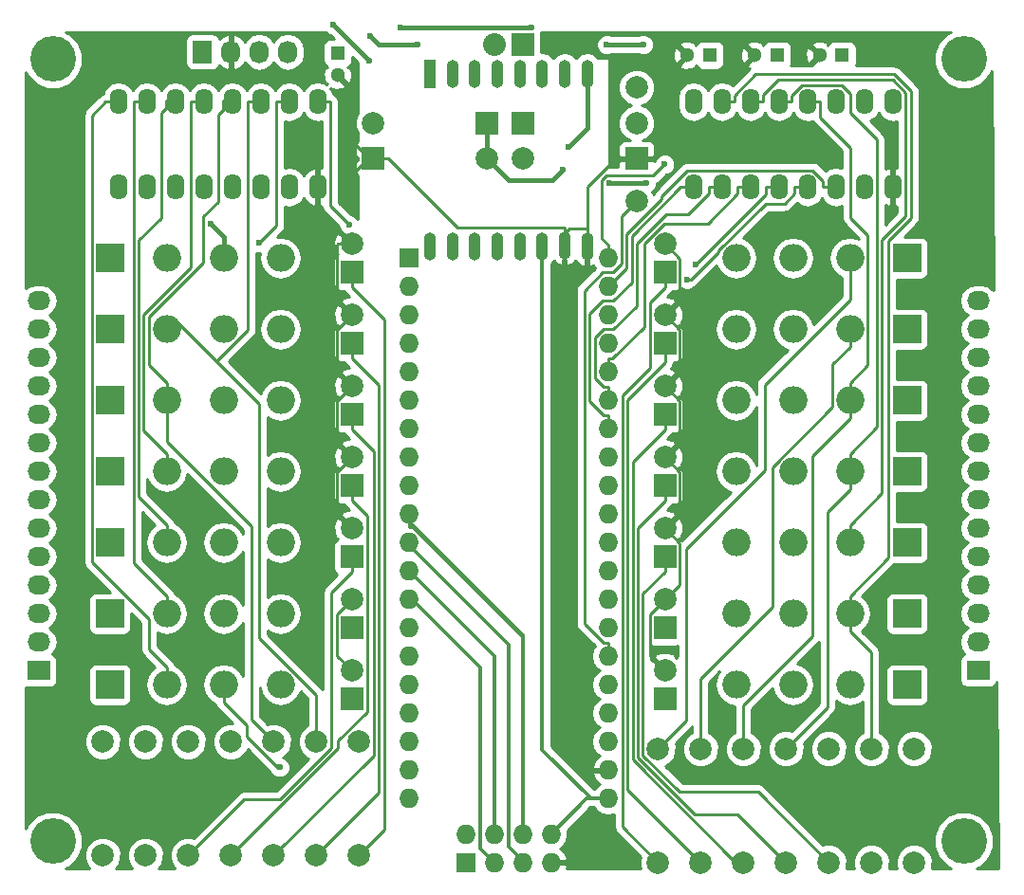
<source format=gbl>
G04 #@! TF.FileFunction,Copper,L2,Bot,Signal*
%FSLAX46Y46*%
G04 Gerber Fmt 4.6, Leading zero omitted, Abs format (unit mm)*
G04 Created by KiCad (PCBNEW (2015-10-05 BZR 6247)-product) date Mon 12 Oct 2015 07:26:51 PM AWST*
%MOMM*%
G01*
G04 APERTURE LIST*
%ADD10C,0.100000*%
%ADD11C,4.064000*%
%ADD12R,1.727200X1.727200*%
%ADD13O,1.727200X1.727200*%
%ADD14C,1.998980*%
%ADD15R,1.998980X1.998980*%
%ADD16R,2.000000X2.000000*%
%ADD17C,2.000000*%
%ADD18R,2.032000X2.032000*%
%ADD19O,2.032000X2.032000*%
%ADD20R,1.727200X2.032000*%
%ADD21O,1.727200X2.032000*%
%ADD22R,2.032000X1.727200*%
%ADD23O,2.032000X1.727200*%
%ADD24O,1.600000X2.300000*%
%ADD25R,2.500000X2.500000*%
%ADD26O,2.500000X2.500000*%
%ADD27R,1.100000X2.500000*%
%ADD28O,1.100000X2.500000*%
%ADD29R,1.300000X1.300000*%
%ADD30C,1.300000*%
%ADD31C,0.600000*%
%ADD32C,0.400000*%
%ADD33C,0.300000*%
%ADD34C,0.250000*%
%ADD35C,0.254000*%
G04 APERTURE END LIST*
D10*
D11*
X148590000Y-78740000D03*
X148590000Y-148590000D03*
X229870000Y-148590000D03*
D12*
X180340000Y-96520000D03*
D13*
X198120000Y-96520000D03*
X180340000Y-99060000D03*
X198120000Y-99060000D03*
X180340000Y-101600000D03*
X198120000Y-101600000D03*
X180340000Y-104140000D03*
X198120000Y-104140000D03*
X180340000Y-106680000D03*
X198120000Y-106680000D03*
X180340000Y-109220000D03*
X198120000Y-109220000D03*
X180340000Y-111760000D03*
X198120000Y-111760000D03*
X180340000Y-114300000D03*
X198120000Y-114300000D03*
X180340000Y-116840000D03*
X198120000Y-116840000D03*
X180340000Y-119380000D03*
X198120000Y-119380000D03*
X180340000Y-121920000D03*
X198120000Y-121920000D03*
X180340000Y-124460000D03*
X198120000Y-124460000D03*
X180340000Y-127000000D03*
X198120000Y-127000000D03*
X180340000Y-129540000D03*
X198120000Y-129540000D03*
X180340000Y-132080000D03*
X198120000Y-132080000D03*
X180340000Y-134620000D03*
X198120000Y-134620000D03*
X180340000Y-137160000D03*
X198120000Y-137160000D03*
X180340000Y-139700000D03*
X198120000Y-139700000D03*
X180340000Y-142240000D03*
X198120000Y-142240000D03*
X180340000Y-144780000D03*
X198120000Y-144780000D03*
D14*
X177165000Y-84457540D03*
D15*
X187325000Y-84457540D03*
D14*
X187325000Y-87627460D03*
D15*
X177165000Y-87627460D03*
D14*
X200660000Y-84452460D03*
D15*
X190500000Y-84452460D03*
D14*
X190500000Y-87632540D03*
D15*
X200660000Y-87632540D03*
D16*
X203200000Y-135890000D03*
D17*
X203200000Y-133350000D03*
D16*
X203200000Y-129540000D03*
D17*
X203200000Y-127000000D03*
D16*
X203200000Y-123190000D03*
D17*
X203200000Y-120650000D03*
D16*
X203200000Y-116840000D03*
D17*
X203200000Y-114300000D03*
D16*
X203200000Y-110490000D03*
D17*
X203200000Y-107950000D03*
D16*
X203200000Y-104140000D03*
D17*
X203200000Y-101600000D03*
D16*
X203200000Y-97790000D03*
D17*
X203200000Y-95250000D03*
D16*
X175260000Y-135890000D03*
D17*
X175260000Y-133350000D03*
D16*
X175260000Y-129540000D03*
D17*
X175260000Y-127000000D03*
D16*
X175260000Y-123190000D03*
D17*
X175260000Y-120650000D03*
D16*
X175260000Y-116840000D03*
D17*
X175260000Y-114300000D03*
D16*
X175260000Y-110490000D03*
D17*
X175260000Y-107950000D03*
D16*
X175260000Y-104140000D03*
D17*
X175260000Y-101600000D03*
D16*
X175260000Y-97790000D03*
D17*
X175260000Y-95250000D03*
D18*
X190500000Y-77470000D03*
D19*
X187960000Y-77470000D03*
D12*
X185420000Y-150495000D03*
D13*
X185420000Y-147955000D03*
X187960000Y-150495000D03*
X187960000Y-147955000D03*
X190500000Y-150495000D03*
X190500000Y-147955000D03*
X193040000Y-150495000D03*
X193040000Y-147955000D03*
D20*
X161925000Y-78105000D03*
D21*
X164465000Y-78105000D03*
X167005000Y-78105000D03*
X169545000Y-78105000D03*
D22*
X147320000Y-133350000D03*
D23*
X147320000Y-130810000D03*
X147320000Y-128270000D03*
X147320000Y-125730000D03*
X147320000Y-123190000D03*
X147320000Y-120650000D03*
X147320000Y-118110000D03*
X147320000Y-115570000D03*
X147320000Y-113030000D03*
X147320000Y-110490000D03*
X147320000Y-107950000D03*
X147320000Y-105410000D03*
X147320000Y-102870000D03*
X147320000Y-100330000D03*
D22*
X231140000Y-133350000D03*
D23*
X231140000Y-130810000D03*
X231140000Y-128270000D03*
X231140000Y-125730000D03*
X231140000Y-123190000D03*
X231140000Y-120650000D03*
X231140000Y-118110000D03*
X231140000Y-115570000D03*
X231140000Y-113030000D03*
X231140000Y-110490000D03*
X231140000Y-107950000D03*
X231140000Y-105410000D03*
X231140000Y-102870000D03*
X231140000Y-100330000D03*
D14*
X200660000Y-81280000D03*
X200660000Y-91440000D03*
X225425000Y-140335000D03*
X225425000Y-150495000D03*
X221615000Y-140335000D03*
X221615000Y-150495000D03*
X217805000Y-140335000D03*
X217805000Y-150495000D03*
X213995000Y-140335000D03*
X213995000Y-150495000D03*
X210185000Y-140335000D03*
X210185000Y-150495000D03*
X206375000Y-140335000D03*
X206375000Y-150495000D03*
X202565000Y-140335000D03*
X202565000Y-150495000D03*
X153035000Y-139700000D03*
X153035000Y-149860000D03*
X156845000Y-139700000D03*
X156845000Y-149860000D03*
X160655000Y-139700000D03*
X160655000Y-149860000D03*
X164465000Y-139700000D03*
X164465000Y-149860000D03*
X168275000Y-139700000D03*
X168275000Y-149860000D03*
X172085000Y-139700000D03*
X172085000Y-149860000D03*
X175895000Y-139700000D03*
X175895000Y-149860000D03*
D24*
X154432000Y-90170000D03*
X156972000Y-90170000D03*
X159512000Y-90170000D03*
X162052000Y-90170000D03*
X164592000Y-90170000D03*
X167132000Y-90170000D03*
X169672000Y-90170000D03*
X172212000Y-90170000D03*
X172212000Y-82550000D03*
X169672000Y-82550000D03*
X167132000Y-82550000D03*
X164592000Y-82550000D03*
X162052000Y-82550000D03*
X159512000Y-82550000D03*
X156972000Y-82550000D03*
X154432000Y-82550000D03*
X205740000Y-90170000D03*
X208280000Y-90170000D03*
X210820000Y-90170000D03*
X213360000Y-90170000D03*
X215900000Y-90170000D03*
X218440000Y-90170000D03*
X220980000Y-90170000D03*
X223520000Y-90170000D03*
X223520000Y-82550000D03*
X220980000Y-82550000D03*
X218440000Y-82550000D03*
X215900000Y-82550000D03*
X213360000Y-82550000D03*
X210820000Y-82550000D03*
X208280000Y-82550000D03*
X205740000Y-82550000D03*
D25*
X224790000Y-109220000D03*
D26*
X219710000Y-109220000D03*
X214630000Y-109220000D03*
X209550000Y-109220000D03*
D25*
X153670000Y-102870000D03*
D26*
X158750000Y-102870000D03*
X163830000Y-102870000D03*
X168910000Y-102870000D03*
D25*
X153670000Y-96520000D03*
D26*
X158750000Y-96520000D03*
X163830000Y-96520000D03*
X168910000Y-96520000D03*
D25*
X224790000Y-134620000D03*
D26*
X219710000Y-134620000D03*
X214630000Y-134620000D03*
X209550000Y-134620000D03*
D25*
X224790000Y-102870000D03*
D26*
X219710000Y-102870000D03*
X214630000Y-102870000D03*
X209550000Y-102870000D03*
D25*
X224790000Y-128270000D03*
D26*
X219710000Y-128270000D03*
X214630000Y-128270000D03*
X209550000Y-128270000D03*
D25*
X224790000Y-121920000D03*
D26*
X219710000Y-121920000D03*
X214630000Y-121920000D03*
X209550000Y-121920000D03*
D25*
X224790000Y-115570000D03*
D26*
X219710000Y-115570000D03*
X214630000Y-115570000D03*
X209550000Y-115570000D03*
D25*
X153670000Y-134620000D03*
D26*
X158750000Y-134620000D03*
X163830000Y-134620000D03*
X168910000Y-134620000D03*
D25*
X153670000Y-128270000D03*
D26*
X158750000Y-128270000D03*
X163830000Y-128270000D03*
X168910000Y-128270000D03*
D25*
X153670000Y-121920000D03*
D26*
X158750000Y-121920000D03*
X163830000Y-121920000D03*
X168910000Y-121920000D03*
D25*
X153670000Y-115570000D03*
D26*
X158750000Y-115570000D03*
X163830000Y-115570000D03*
X168910000Y-115570000D03*
D25*
X153670000Y-109220000D03*
D26*
X158750000Y-109220000D03*
X163830000Y-109220000D03*
X168910000Y-109220000D03*
D25*
X224790000Y-96520000D03*
D26*
X219710000Y-96520000D03*
X214630000Y-96520000D03*
X209550000Y-96520000D03*
D27*
X182245000Y-80072000D03*
D28*
X184245000Y-80072000D03*
X186245000Y-80072000D03*
X188245000Y-80072000D03*
X190245000Y-80072000D03*
X192245000Y-80072000D03*
X194245000Y-80072000D03*
X196245000Y-80072000D03*
X196245000Y-95472000D03*
X194245000Y-95372000D03*
X192245000Y-95472000D03*
X190245000Y-95472000D03*
X188245000Y-95472000D03*
X186245000Y-95472000D03*
X184245000Y-95472000D03*
X182245000Y-95472000D03*
D11*
X229870000Y-78740000D03*
D29*
X207200000Y-78400000D03*
D30*
X205200000Y-78400000D03*
D29*
X174000000Y-78200000D03*
D30*
X174000000Y-80200000D03*
D29*
X213200000Y-78400000D03*
D30*
X211200000Y-78400000D03*
D29*
X219000000Y-78400000D03*
D30*
X217000000Y-78400000D03*
D31*
X179578000Y-75946000D03*
X191262000Y-75946000D03*
X194056000Y-88646000D03*
X198247000Y-89789000D03*
X201549000Y-89789000D03*
X176911000Y-76708000D03*
X181102000Y-77470000D03*
X171958000Y-87122000D03*
X173609000Y-75692000D03*
X176784000Y-78867000D03*
X201295000Y-77470000D03*
X197993000Y-77470000D03*
X162687000Y-93472000D03*
X168820000Y-141999000D03*
X175027200Y-93569800D03*
X167027300Y-95150200D03*
X194564000Y-86614000D03*
X203172000Y-88142400D03*
X205157000Y-98432700D03*
X205907000Y-97116400D03*
D32*
X179578000Y-75946000D02*
X191262000Y-75946000D01*
X189233000Y-89535000D02*
X187325000Y-87627500D01*
X193167000Y-89535000D02*
X189233000Y-89535000D01*
X194056000Y-88646000D02*
X193167000Y-89535000D01*
X201549000Y-89789000D02*
X198247000Y-89789000D01*
X177673000Y-77470000D02*
X181102000Y-77470000D01*
X176911000Y-76708000D02*
X177673000Y-77470000D01*
X187325000Y-84457500D02*
X187325000Y-87627500D01*
D33*
X177165000Y-87627460D02*
X176786540Y-87627460D01*
X176786540Y-87627460D02*
X175260000Y-89154000D01*
X177165000Y-87627460D02*
X176781460Y-87627460D01*
X176781460Y-87627460D02*
X175260000Y-86106000D01*
X172212000Y-90170000D02*
X172212000Y-87376000D01*
X172212000Y-87376000D02*
X171958000Y-87122000D01*
D34*
X173935000Y-119325000D02*
X175260000Y-120650000D01*
X173935000Y-115625000D02*
X173935000Y-119325000D01*
X175260000Y-114300000D02*
X173935000Y-115625000D01*
X173935000Y-106625000D02*
X175260000Y-107950000D01*
X173935000Y-102925000D02*
X173935000Y-106625000D01*
X175260000Y-101600000D02*
X173935000Y-102925000D01*
X173935000Y-109275000D02*
X175260000Y-107950000D01*
X173935000Y-112975000D02*
X173935000Y-109275000D01*
X175260000Y-114300000D02*
X173935000Y-112975000D01*
X201875000Y-128325000D02*
X203200000Y-127000000D01*
X201875000Y-132025000D02*
X201875000Y-128325000D01*
X203200000Y-133350000D02*
X201875000Y-132025000D01*
X204525000Y-100275000D02*
X203200000Y-101600000D01*
X204525000Y-96575400D02*
X204525000Y-100275000D01*
X203200000Y-95250000D02*
X204525000Y-96575400D01*
X194245000Y-93796700D02*
X194245000Y-94284300D01*
X184659000Y-93796700D02*
X194245000Y-93796700D01*
X178490000Y-87627500D02*
X184659000Y-93796700D01*
X177165000Y-87627500D02*
X178490000Y-87627500D01*
X194633000Y-93896700D02*
X196245000Y-93896700D01*
X194245000Y-94284300D02*
X194633000Y-93896700D01*
X196245000Y-94772000D02*
X196245000Y-93896700D01*
X196245000Y-90179100D02*
X196245000Y-93896700D01*
X198792000Y-87632500D02*
X196245000Y-90179100D01*
X200660000Y-87632500D02*
X198792000Y-87632500D01*
X204525000Y-106625000D02*
X203200000Y-107950000D01*
X204525000Y-102925000D02*
X204525000Y-106625000D01*
X203200000Y-101600000D02*
X204525000Y-102925000D01*
X204525000Y-121975000D02*
X203200000Y-120650000D01*
X204525000Y-125675000D02*
X204525000Y-121975000D01*
X203200000Y-127000000D02*
X204525000Y-125675000D01*
X173935000Y-100275000D02*
X175260000Y-101600000D01*
X173935000Y-95305400D02*
X173935000Y-100275000D01*
X173990000Y-95250000D02*
X173935000Y-95305400D01*
X175260000Y-95250000D02*
X173990000Y-95250000D01*
X204525000Y-112975000D02*
X203200000Y-114300000D01*
X204525000Y-109275000D02*
X204525000Y-112975000D01*
X203200000Y-107950000D02*
X204525000Y-109275000D01*
X204525000Y-119325000D02*
X203200000Y-120650000D01*
X204525000Y-115625000D02*
X204525000Y-119325000D01*
X203200000Y-114300000D02*
X204525000Y-115625000D01*
X173935000Y-132025000D02*
X175260000Y-133350000D01*
X173935000Y-128325000D02*
X173935000Y-132025000D01*
X175260000Y-127000000D02*
X173935000Y-128325000D01*
X194245000Y-94772000D02*
X194245000Y-94284300D01*
D32*
X176784000Y-78867000D02*
X173609000Y-75692000D01*
X197993000Y-77470000D02*
X201295000Y-77470000D01*
D34*
X211518000Y-144208000D02*
X217805000Y-150495000D01*
X204493000Y-144208000D02*
X211518000Y-144208000D01*
X201210000Y-140925000D02*
X204493000Y-144208000D01*
X201210000Y-126505000D02*
X201210000Y-140925000D01*
X203200000Y-124515000D02*
X201210000Y-126505000D01*
X203200000Y-123190000D02*
X203200000Y-124515000D01*
X209698000Y-146198000D02*
X213995000Y-150495000D01*
X205846000Y-146198000D02*
X209698000Y-146198000D01*
X200760000Y-141111000D02*
X205846000Y-146198000D01*
X200760000Y-120606000D02*
X200760000Y-141111000D01*
X203200000Y-118165000D02*
X200760000Y-120606000D01*
X203200000Y-116840000D02*
X203200000Y-118165000D01*
X209506000Y-150495000D02*
X210185000Y-150495000D01*
X200309000Y-141298000D02*
X209506000Y-150495000D01*
X200309000Y-114706000D02*
X200309000Y-141298000D01*
X203200000Y-111815000D02*
X200309000Y-114706000D01*
X203200000Y-110490000D02*
X203200000Y-111815000D01*
X203200000Y-105852000D02*
X203200000Y-104140000D01*
X199859000Y-109193000D02*
X203200000Y-105852000D01*
X199859000Y-143979000D02*
X199859000Y-109193000D01*
X206375000Y-150495000D02*
X199859000Y-143979000D01*
X203200000Y-99115300D02*
X203200000Y-97790000D01*
X201875000Y-100441000D02*
X203200000Y-99115300D01*
X201875000Y-106315000D02*
X201875000Y-100441000D01*
X199409000Y-108781000D02*
X201875000Y-106315000D01*
X199409000Y-147339000D02*
X199409000Y-108781000D01*
X202565000Y-150495000D02*
X199409000Y-147339000D01*
X165640000Y-144875000D02*
X160655000Y-149860000D01*
X168825000Y-144875000D02*
X165640000Y-144875000D01*
X173413000Y-140288000D02*
X168825000Y-144875000D01*
X173413000Y-126362000D02*
X173413000Y-140288000D01*
X175260000Y-124515000D02*
X173413000Y-126362000D01*
X175260000Y-123190000D02*
X175260000Y-124515000D01*
X164478000Y-149860000D02*
X164465000Y-149860000D01*
X174058000Y-140279000D02*
X164478000Y-149860000D01*
X174058000Y-139610000D02*
X174058000Y-140279000D01*
X176604000Y-137064000D02*
X174058000Y-139610000D01*
X176604000Y-119509000D02*
X176604000Y-137064000D01*
X175260000Y-118165000D02*
X176604000Y-119509000D01*
X175260000Y-116840000D02*
X175260000Y-118165000D01*
X177225000Y-140910000D02*
X168275000Y-149860000D01*
X177225000Y-113781000D02*
X177225000Y-140910000D01*
X175260000Y-111815000D02*
X177225000Y-113781000D01*
X175260000Y-110490000D02*
X175260000Y-111815000D01*
X177676000Y-144269000D02*
X172085000Y-149860000D01*
X177676000Y-107882000D02*
X177676000Y-144269000D01*
X175260000Y-105465000D02*
X177676000Y-107882000D01*
X175260000Y-104140000D02*
X175260000Y-105465000D01*
X178178000Y-147577000D02*
X175895000Y-149860000D01*
X178178000Y-102034000D02*
X178178000Y-147577000D01*
X175260000Y-99115300D02*
X178178000Y-102034000D01*
X175260000Y-97790000D02*
X175260000Y-99115300D01*
X152070400Y-83786300D02*
X153306700Y-82550000D01*
X152070400Y-123692300D02*
X152070400Y-83786300D01*
X157174700Y-128796600D02*
X152070400Y-123692300D01*
X157174700Y-131469400D02*
X157174700Y-128796600D01*
X158750000Y-133044700D02*
X157174700Y-131469400D01*
X158750000Y-134620000D02*
X158750000Y-133044700D01*
X154432000Y-82550000D02*
X153306700Y-82550000D01*
D32*
X163830000Y-94615000D02*
X163830000Y-96520000D01*
X162687000Y-93472000D02*
X163830000Y-94615000D01*
D34*
X168621000Y-141999000D02*
X168820000Y-141999000D01*
X165861000Y-139239000D02*
X168621000Y-141999000D01*
X165861000Y-138226000D02*
X165861000Y-139239000D01*
X163830000Y-136195000D02*
X165861000Y-138226000D01*
X163830000Y-134620000D02*
X163830000Y-136195000D01*
X173337300Y-91879900D02*
X175027200Y-93569800D01*
X173337300Y-82550000D02*
X173337300Y-91879900D01*
X172212000Y-82550000D02*
X173337300Y-82550000D01*
X155781400Y-82615300D02*
X155846700Y-82550000D01*
X155781400Y-123726100D02*
X155781400Y-82615300D01*
X158750000Y-126694700D02*
X155781400Y-123726100D01*
X158750000Y-128270000D02*
X158750000Y-126694700D01*
X156972000Y-82550000D02*
X155846700Y-82550000D01*
X158242000Y-83566000D02*
X158750000Y-83058000D01*
X158242000Y-92926700D02*
X158242000Y-83566000D01*
X156236700Y-94932000D02*
X158242000Y-92926700D01*
X156236700Y-117831400D02*
X156236700Y-94932000D01*
X158750000Y-120344700D02*
X156236700Y-117831400D01*
X158750000Y-121920000D02*
X158750000Y-120344700D01*
D33*
X158750000Y-82550000D02*
X158750000Y-82804000D01*
X158750000Y-82804000D02*
X158750000Y-83058000D01*
D34*
X159258000Y-82804000D02*
X159512000Y-82550000D01*
X158750000Y-82804000D02*
X159258000Y-82804000D01*
X160926700Y-97340900D02*
X160926700Y-82550000D01*
X156700100Y-101567500D02*
X160926700Y-97340900D01*
X156700100Y-111944800D02*
X156700100Y-101567500D01*
X158750000Y-113994700D02*
X156700100Y-111944800D01*
X158750000Y-115570000D02*
X158750000Y-113994700D01*
X162052000Y-82550000D02*
X160926700Y-82550000D01*
X166311000Y-137736000D02*
X168275000Y-139700000D01*
X166311000Y-120448000D02*
X166311000Y-137736000D01*
X158750000Y-112886000D02*
X166311000Y-120448000D01*
X158750000Y-109220000D02*
X158750000Y-112886000D01*
D33*
X163830000Y-82550000D02*
X163830000Y-82867500D01*
D34*
X164274500Y-82867500D02*
X164592000Y-82550000D01*
X163830000Y-82867500D02*
X164274500Y-82867500D01*
D33*
X163830000Y-82867500D02*
X163830000Y-83185000D01*
D34*
X157174700Y-106069400D02*
X158750000Y-107644700D01*
X157174700Y-101748200D02*
X157174700Y-106069400D01*
X161975200Y-96947700D02*
X157174700Y-101748200D01*
X161975200Y-92814300D02*
X161975200Y-96947700D01*
X163322000Y-91467500D02*
X161975200Y-92814300D01*
X163322000Y-83693000D02*
X163322000Y-91467500D01*
X163830000Y-83185000D02*
X163322000Y-83693000D01*
X158750000Y-109220000D02*
X158750000Y-107644700D01*
D33*
X159543000Y-102077000D02*
X158750000Y-102870000D01*
D34*
X159543000Y-102077000D02*
X163197000Y-105731000D01*
X172085000Y-135534000D02*
X172085000Y-139700000D01*
X167001000Y-130449000D02*
X172085000Y-135534000D01*
X167001000Y-109535000D02*
X167001000Y-130449000D01*
X163197000Y-105731000D02*
X167001000Y-109535000D01*
X166006700Y-102921300D02*
X166006700Y-82550000D01*
X163197000Y-105731000D02*
X166006700Y-102921300D01*
X167132000Y-82550000D02*
X166006700Y-82550000D01*
X168546700Y-93630800D02*
X168546700Y-82550000D01*
X167027300Y-95150200D02*
X168546700Y-93630800D01*
X169672000Y-82550000D02*
X168546700Y-82550000D01*
X219710000Y-129845000D02*
X219710000Y-128270000D01*
X221615000Y-131750000D02*
X219710000Y-129845000D01*
X221615000Y-140335000D02*
X221615000Y-131750000D01*
X219710000Y-126695000D02*
X219710000Y-128270000D01*
X223150000Y-123255000D02*
X219710000Y-126695000D01*
X223150000Y-94944600D02*
X223150000Y-123255000D01*
X225154000Y-92940500D02*
X223150000Y-94944600D01*
X225154000Y-81593300D02*
X225154000Y-92940500D01*
X223666000Y-80106100D02*
X225154000Y-81593300D01*
X211286000Y-80106100D02*
X223666000Y-80106100D01*
X209405000Y-81987300D02*
X211286000Y-80106100D01*
X209405000Y-82550000D02*
X209405000Y-81987300D01*
X208280000Y-82550000D02*
X209405000Y-82550000D01*
X219710000Y-120345000D02*
X219710000Y-121920000D01*
X222556000Y-117499000D02*
X219710000Y-120345000D01*
X222556000Y-94901600D02*
X222556000Y-117499000D01*
X224675000Y-92782600D02*
X222556000Y-94901600D01*
X224675000Y-81751200D02*
X224675000Y-92782600D01*
X223543000Y-80619600D02*
X224675000Y-81751200D01*
X213300000Y-80619600D02*
X223543000Y-80619600D01*
X211945000Y-81974400D02*
X213300000Y-80619600D01*
X211945000Y-82550000D02*
X211945000Y-81974400D01*
X210820000Y-82550000D02*
X211945000Y-82550000D01*
X219710000Y-117145000D02*
X219710000Y-115570000D01*
X217684000Y-119171000D02*
X219710000Y-117145000D01*
X217684000Y-136646000D02*
X217684000Y-119171000D01*
X213995000Y-140335000D02*
X217684000Y-136646000D01*
X219710000Y-113995000D02*
X219710000Y-115570000D01*
X222105000Y-111599000D02*
X219710000Y-113995000D01*
X222105000Y-85949800D02*
X222105000Y-111599000D01*
X219730000Y-83574800D02*
X222105000Y-85949800D01*
X219730000Y-81855900D02*
X219730000Y-83574800D01*
X218944000Y-81070000D02*
X219730000Y-81855900D01*
X215403000Y-81070000D02*
X218944000Y-81070000D01*
X214485000Y-81987300D02*
X215403000Y-81070000D01*
X214485000Y-82550000D02*
X214485000Y-81987300D01*
X213360000Y-82550000D02*
X214485000Y-82550000D01*
X219710000Y-107645000D02*
X219710000Y-109220000D01*
X221288000Y-106067000D02*
X219710000Y-107645000D01*
X221288000Y-94464800D02*
X221288000Y-106067000D01*
X219731000Y-92907400D02*
X221288000Y-94464800D01*
X219731000Y-86647600D02*
X219731000Y-92907400D01*
X217025000Y-83942300D02*
X219731000Y-86647600D01*
X217025000Y-82550000D02*
X217025000Y-83942300D01*
X215900000Y-82550000D02*
X217025000Y-82550000D01*
X210185000Y-136459000D02*
X210185000Y-140335000D01*
X216334000Y-130311000D02*
X210185000Y-136459000D01*
X216334000Y-114172000D02*
X216334000Y-130311000D01*
X219710000Y-110795000D02*
X216334000Y-114172000D01*
X219710000Y-109220000D02*
X219710000Y-110795000D01*
X206375000Y-134080000D02*
X206375000Y-140335000D01*
X212765000Y-127690000D02*
X206375000Y-134080000D01*
X212765000Y-115184000D02*
X212765000Y-127690000D01*
X218135000Y-109814000D02*
X212765000Y-115184000D01*
X218135000Y-106021000D02*
X218135000Y-109814000D01*
X219710000Y-104445000D02*
X218135000Y-106021000D01*
X219710000Y-102870000D02*
X219710000Y-104445000D01*
X219710000Y-100186000D02*
X219710000Y-96520000D01*
X212090000Y-107806000D02*
X219710000Y-100186000D01*
X212090000Y-115426000D02*
X212090000Y-107806000D01*
X205050000Y-122466000D02*
X212090000Y-115426000D01*
X205050000Y-137850000D02*
X205050000Y-122466000D01*
X202565000Y-140335000D02*
X205050000Y-137850000D01*
D33*
X186690000Y-149225000D02*
X187960000Y-150495000D01*
X186690000Y-133096000D02*
X186690000Y-149225000D01*
X180594000Y-127000000D02*
X186690000Y-133096000D01*
X180340000Y-127000000D02*
X180594000Y-127000000D01*
X187960000Y-132080000D02*
X180340000Y-124460000D01*
X187960000Y-147955000D02*
X187960000Y-132080000D01*
X180340000Y-122174000D02*
X180340000Y-121920000D01*
X189230000Y-131064000D02*
X180340000Y-122174000D01*
X189230000Y-149098000D02*
X189230000Y-131064000D01*
X190500000Y-150368000D02*
X189230000Y-149098000D01*
X190500000Y-150495000D02*
X190500000Y-150368000D01*
X190500000Y-130175000D02*
X190500000Y-130357000D01*
X180340000Y-120015000D02*
X190500000Y-130175000D01*
X180340000Y-119380000D02*
X180340000Y-120015000D01*
X190500000Y-130357000D02*
X190500000Y-147955000D01*
D34*
X180712000Y-120569000D02*
X190500000Y-130357000D01*
X180340000Y-120569000D02*
X180712000Y-120569000D01*
X180340000Y-119380000D02*
X180340000Y-120569000D01*
X190500000Y-130357000D02*
X190500000Y-147955000D01*
D33*
X196596000Y-144780000D02*
X198120000Y-144780000D01*
X192245000Y-140429000D02*
X196596000Y-144780000D01*
X192245000Y-94772000D02*
X192245000Y-140429000D01*
D32*
X196245000Y-84933000D02*
X196245000Y-80772000D01*
X194564000Y-86614000D02*
X196245000Y-84933000D01*
D33*
X198120000Y-144780000D02*
X196596000Y-144780000D01*
X196215000Y-144780000D02*
X193040000Y-147955000D01*
X196596000Y-144780000D02*
X196215000Y-144780000D01*
D34*
X199328000Y-92772300D02*
X200660000Y-91440000D01*
X199328000Y-97001700D02*
X199328000Y-92772300D01*
X198539000Y-97790000D02*
X199328000Y-97001700D01*
X197656000Y-97790000D02*
X198539000Y-97790000D01*
X196003000Y-99442800D02*
X197656000Y-97790000D01*
X196003000Y-129146000D02*
X196003000Y-99442800D01*
X197748000Y-130891000D02*
X196003000Y-129146000D01*
X198120000Y-130891000D02*
X197748000Y-130891000D01*
X198120000Y-132080000D02*
X198120000Y-130891000D01*
X202151000Y-89163600D02*
X203172000Y-88142400D01*
X197963000Y-89163600D02*
X202151000Y-89163600D01*
X197584000Y-89543200D02*
X197963000Y-89163600D01*
X197584000Y-94794800D02*
X197584000Y-89543200D01*
X198120000Y-95331100D02*
X197584000Y-94794800D01*
X198120000Y-96520000D02*
X198120000Y-95331100D01*
X199785000Y-97395000D02*
X198120000Y-99060000D01*
X199785000Y-94362800D02*
X199785000Y-97395000D01*
X202894000Y-91253500D02*
X199785000Y-94362800D01*
X202894000Y-90999700D02*
X202894000Y-91253500D01*
X205212000Y-88682400D02*
X202894000Y-90999700D01*
X216390000Y-88682400D02*
X205212000Y-88682400D01*
X217315000Y-89607400D02*
X216390000Y-88682400D01*
X217315000Y-90170000D02*
X217315000Y-89607400D01*
X218440000Y-90170000D02*
X217315000Y-90170000D01*
X205494000Y-98432700D02*
X205157000Y-98432700D01*
X207975000Y-95952500D02*
X205494000Y-98432700D01*
X207975000Y-95838200D02*
X207975000Y-95952500D01*
X212167000Y-91645400D02*
X207975000Y-95838200D01*
X213862000Y-91645400D02*
X212167000Y-91645400D01*
X214775000Y-90732600D02*
X213862000Y-91645400D01*
X214775000Y-90170000D02*
X214775000Y-90732600D01*
X215900000Y-90170000D02*
X214775000Y-90170000D01*
X212235000Y-90788700D02*
X205907000Y-97116400D01*
X212235000Y-90170000D02*
X212235000Y-90788700D01*
X213360000Y-90170000D02*
X212235000Y-90170000D01*
X209695000Y-90170000D02*
X210820000Y-90170000D01*
X209695000Y-90732600D02*
X209695000Y-90170000D01*
X207009000Y-93418100D02*
X209695000Y-90732600D01*
X203142000Y-93418100D02*
X207009000Y-93418100D01*
X201323000Y-95237000D02*
X203142000Y-93418100D01*
X201323000Y-102659000D02*
X201323000Y-95237000D01*
X198492000Y-105491000D02*
X201323000Y-102659000D01*
X198120000Y-105491000D02*
X198492000Y-105491000D01*
X198120000Y-106680000D02*
X198120000Y-105491000D01*
X207155000Y-90170000D02*
X208280000Y-90170000D01*
X207155000Y-90731000D02*
X207155000Y-90170000D01*
X205287000Y-92598800D02*
X207155000Y-90731000D01*
X203324000Y-92598800D02*
X205287000Y-92598800D01*
X200686000Y-95237600D02*
X203324000Y-92598800D01*
X200686000Y-100786000D02*
X200686000Y-95237600D01*
X198602000Y-102870000D02*
X200686000Y-100786000D01*
X197684000Y-102870000D02*
X198602000Y-102870000D01*
X196931000Y-103622000D02*
X197684000Y-102870000D01*
X196931000Y-107214000D02*
X196931000Y-103622000D01*
X197748000Y-108031000D02*
X196931000Y-107214000D01*
X198120000Y-108031000D02*
X197748000Y-108031000D01*
X198120000Y-109220000D02*
X198120000Y-108031000D01*
X204615000Y-90170000D02*
X205740000Y-90170000D01*
X200235000Y-94549400D02*
X204615000Y-90170000D01*
X200235000Y-98662000D02*
X200235000Y-94549400D01*
X198567000Y-100330000D02*
X200235000Y-98662000D01*
X197654000Y-100330000D02*
X198567000Y-100330000D01*
X196453000Y-101531000D02*
X197654000Y-100330000D01*
X196453000Y-109276000D02*
X196453000Y-101531000D01*
X197748000Y-110571000D02*
X196453000Y-109276000D01*
X198120000Y-110571000D02*
X197748000Y-110571000D01*
X198120000Y-111760000D02*
X198120000Y-110571000D01*
D35*
G36*
X197030971Y-145839670D02*
X197517152Y-146164526D01*
X198090641Y-146278600D01*
X198149359Y-146278600D01*
X198649000Y-146179215D01*
X198649000Y-147339000D01*
X198706852Y-147629839D01*
X198871599Y-147876401D01*
X200999115Y-150003917D01*
X200930794Y-150168453D01*
X200930226Y-150818694D01*
X201006380Y-151003000D01*
X194425148Y-151003000D01*
X194494968Y-150854027D01*
X194374469Y-150622000D01*
X193167000Y-150622000D01*
X193167000Y-150642000D01*
X192913000Y-150642000D01*
X192913000Y-150622000D01*
X192893000Y-150622000D01*
X192893000Y-150368000D01*
X192913000Y-150368000D01*
X192913000Y-150348000D01*
X193167000Y-150348000D01*
X193167000Y-150368000D01*
X194374469Y-150368000D01*
X194494968Y-150135973D01*
X194246821Y-149606510D01*
X193828839Y-149224992D01*
X194099670Y-149044029D01*
X194424526Y-148557848D01*
X194538600Y-147984359D01*
X194538600Y-147925641D01*
X194479024Y-147626134D01*
X196540158Y-145565000D01*
X196847442Y-145565000D01*
X197030971Y-145839670D01*
X197030971Y-145839670D01*
G37*
X197030971Y-145839670D02*
X197517152Y-146164526D01*
X198090641Y-146278600D01*
X198149359Y-146278600D01*
X198649000Y-146179215D01*
X198649000Y-147339000D01*
X198706852Y-147629839D01*
X198871599Y-147876401D01*
X200999115Y-150003917D01*
X200930794Y-150168453D01*
X200930226Y-150818694D01*
X201006380Y-151003000D01*
X194425148Y-151003000D01*
X194494968Y-150854027D01*
X194374469Y-150622000D01*
X193167000Y-150622000D01*
X193167000Y-150642000D01*
X192913000Y-150642000D01*
X192913000Y-150622000D01*
X192893000Y-150622000D01*
X192893000Y-150368000D01*
X192913000Y-150368000D01*
X192913000Y-150348000D01*
X193167000Y-150348000D01*
X193167000Y-150368000D01*
X194374469Y-150368000D01*
X194494968Y-150135973D01*
X194246821Y-149606510D01*
X193828839Y-149224992D01*
X194099670Y-149044029D01*
X194424526Y-148557848D01*
X194538600Y-147984359D01*
X194538600Y-147925641D01*
X194479024Y-147626134D01*
X196540158Y-145565000D01*
X196847442Y-145565000D01*
X197030971Y-145839670D01*
G36*
X173078673Y-76484192D02*
X173320910Y-76584778D01*
X173638692Y-76902560D01*
X173350000Y-76902560D01*
X173114683Y-76946838D01*
X172898559Y-77085910D01*
X172753569Y-77298110D01*
X172702560Y-77550000D01*
X172702560Y-78850000D01*
X172746838Y-79085317D01*
X172885910Y-79301441D01*
X172999329Y-79378937D01*
X173100982Y-79480590D01*
X172870389Y-79536271D01*
X172702378Y-80019078D01*
X172731917Y-80529428D01*
X172870389Y-80863729D01*
X173100982Y-80919410D01*
X173012909Y-81007483D01*
X172761151Y-80839263D01*
X172212000Y-80730030D01*
X171662849Y-80839263D01*
X171197302Y-81150332D01*
X170942000Y-81532418D01*
X170686698Y-81150332D01*
X170221151Y-80839263D01*
X169672000Y-80730030D01*
X169122849Y-80839263D01*
X168657302Y-81150332D01*
X168402000Y-81532418D01*
X168146698Y-81150332D01*
X167681151Y-80839263D01*
X167132000Y-80730030D01*
X166582849Y-80839263D01*
X166117302Y-81150332D01*
X165862000Y-81532418D01*
X165606698Y-81150332D01*
X165141151Y-80839263D01*
X164592000Y-80730030D01*
X164042849Y-80839263D01*
X163577302Y-81150332D01*
X163322000Y-81532418D01*
X163066698Y-81150332D01*
X162601151Y-80839263D01*
X162052000Y-80730030D01*
X161502849Y-80839263D01*
X161037302Y-81150332D01*
X160782000Y-81532418D01*
X160526698Y-81150332D01*
X160061151Y-80839263D01*
X159512000Y-80730030D01*
X158962849Y-80839263D01*
X158497302Y-81150332D01*
X158242000Y-81532418D01*
X157986698Y-81150332D01*
X157521151Y-80839263D01*
X156972000Y-80730030D01*
X156422849Y-80839263D01*
X155957302Y-81150332D01*
X155702000Y-81532418D01*
X155446698Y-81150332D01*
X154981151Y-80839263D01*
X154432000Y-80730030D01*
X153882849Y-80839263D01*
X153417302Y-81150332D01*
X153106233Y-81615879D01*
X153061913Y-81838691D01*
X153015860Y-81847852D01*
X152769299Y-82012599D01*
X151532999Y-83248899D01*
X151368252Y-83495461D01*
X151310400Y-83786300D01*
X151310400Y-123692300D01*
X151368252Y-123983139D01*
X151532999Y-124229701D01*
X153675858Y-126372560D01*
X152420000Y-126372560D01*
X152184683Y-126416838D01*
X151968559Y-126555910D01*
X151823569Y-126768110D01*
X151772560Y-127020000D01*
X151772560Y-129520000D01*
X151816838Y-129755317D01*
X151955910Y-129971441D01*
X152168110Y-130116431D01*
X152420000Y-130167440D01*
X154920000Y-130167440D01*
X155155317Y-130123162D01*
X155371441Y-129984090D01*
X155516431Y-129771890D01*
X155567440Y-129520000D01*
X155567440Y-128264142D01*
X156414700Y-129111402D01*
X156414700Y-131469400D01*
X156472552Y-131760239D01*
X156637299Y-132006801D01*
X157694993Y-133064495D01*
X157417104Y-133250175D01*
X157008487Y-133861713D01*
X156865000Y-134583071D01*
X156865000Y-134656929D01*
X157008487Y-135378287D01*
X157417104Y-135989825D01*
X158028642Y-136398442D01*
X158750000Y-136541929D01*
X159471358Y-136398442D01*
X160082896Y-135989825D01*
X160491513Y-135378287D01*
X160635000Y-134656929D01*
X160635000Y-134583071D01*
X160491513Y-133861713D01*
X160082896Y-133250175D01*
X159471358Y-132841558D01*
X159469519Y-132841192D01*
X159452148Y-132753861D01*
X159287401Y-132507299D01*
X157934700Y-131154598D01*
X157934700Y-129985672D01*
X158028642Y-130048442D01*
X158750000Y-130191929D01*
X159471358Y-130048442D01*
X160082896Y-129639825D01*
X160491513Y-129028287D01*
X160635000Y-128306929D01*
X160635000Y-128233071D01*
X160491513Y-127511713D01*
X160082896Y-126900175D01*
X159471358Y-126491558D01*
X159469520Y-126491192D01*
X159452148Y-126403860D01*
X159287401Y-126157299D01*
X156541400Y-123411298D01*
X156541400Y-119210902D01*
X157694993Y-120364495D01*
X157417104Y-120550175D01*
X157008487Y-121161713D01*
X156865000Y-121883071D01*
X156865000Y-121956929D01*
X157008487Y-122678287D01*
X157417104Y-123289825D01*
X158028642Y-123698442D01*
X158750000Y-123841929D01*
X159471358Y-123698442D01*
X160082896Y-123289825D01*
X160491513Y-122678287D01*
X160635000Y-121956929D01*
X160635000Y-121883071D01*
X160491513Y-121161713D01*
X160082896Y-120550175D01*
X159471358Y-120141558D01*
X159469519Y-120141192D01*
X159452148Y-120053861D01*
X159287401Y-119807299D01*
X156996700Y-117516598D01*
X156996700Y-116269030D01*
X157008487Y-116328287D01*
X157417104Y-116939825D01*
X158028642Y-117348442D01*
X158750000Y-117491929D01*
X159471358Y-117348442D01*
X160082896Y-116939825D01*
X160491513Y-116328287D01*
X160595316Y-115806434D01*
X165551000Y-120762774D01*
X165551000Y-121131013D01*
X165162896Y-120550175D01*
X164551358Y-120141558D01*
X163830000Y-119998071D01*
X163108642Y-120141558D01*
X162497104Y-120550175D01*
X162088487Y-121161713D01*
X161945000Y-121883071D01*
X161945000Y-121956929D01*
X162088487Y-122678287D01*
X162497104Y-123289825D01*
X163108642Y-123698442D01*
X163830000Y-123841929D01*
X164551358Y-123698442D01*
X165162896Y-123289825D01*
X165551000Y-122708987D01*
X165551000Y-127481013D01*
X165162896Y-126900175D01*
X164551358Y-126491558D01*
X163830000Y-126348071D01*
X163108642Y-126491558D01*
X162497104Y-126900175D01*
X162088487Y-127511713D01*
X161945000Y-128233071D01*
X161945000Y-128306929D01*
X162088487Y-129028287D01*
X162497104Y-129639825D01*
X163108642Y-130048442D01*
X163830000Y-130191929D01*
X164551358Y-130048442D01*
X165162896Y-129639825D01*
X165551000Y-129058987D01*
X165551000Y-133831013D01*
X165162896Y-133250175D01*
X164551358Y-132841558D01*
X163830000Y-132698071D01*
X163108642Y-132841558D01*
X162497104Y-133250175D01*
X162088487Y-133861713D01*
X161945000Y-134583071D01*
X161945000Y-134656929D01*
X162088487Y-135378287D01*
X162497104Y-135989825D01*
X163108642Y-136398442D01*
X163110543Y-136398820D01*
X163127852Y-136485839D01*
X163292599Y-136732401D01*
X164625847Y-138065649D01*
X164141306Y-138065226D01*
X163540345Y-138313538D01*
X163080154Y-138772927D01*
X162830794Y-139373453D01*
X162830226Y-140023694D01*
X163078538Y-140624655D01*
X163537927Y-141084846D01*
X164138453Y-141334206D01*
X164788694Y-141334774D01*
X165389655Y-141086462D01*
X165849846Y-140627073D01*
X165945034Y-140397836D01*
X167992903Y-142445705D01*
X168026883Y-142527943D01*
X168289673Y-142791192D01*
X168633201Y-142933838D01*
X169005167Y-142934162D01*
X169348943Y-142792117D01*
X169612192Y-142529327D01*
X169754838Y-142185799D01*
X169755162Y-141813833D01*
X169613117Y-141470057D01*
X169350327Y-141206808D01*
X169129907Y-141115281D01*
X169199655Y-141086462D01*
X169659846Y-140627073D01*
X169909206Y-140026547D01*
X169909774Y-139376306D01*
X169661462Y-138775345D01*
X169202073Y-138315154D01*
X168601547Y-138065794D01*
X167951306Y-138065226D01*
X167784111Y-138134309D01*
X167071000Y-137421198D01*
X167071000Y-134888187D01*
X167168487Y-135378287D01*
X167577104Y-135989825D01*
X168188642Y-136398442D01*
X168910000Y-136541929D01*
X169631358Y-136398442D01*
X170242896Y-135989825D01*
X170651513Y-135378287D01*
X170685216Y-135208849D01*
X171325000Y-135848758D01*
X171325000Y-138245504D01*
X171160345Y-138313538D01*
X170700154Y-138772927D01*
X170450794Y-139373453D01*
X170450226Y-140023694D01*
X170698538Y-140624655D01*
X171157927Y-141084846D01*
X171428630Y-141197252D01*
X168510246Y-144115000D01*
X165640000Y-144115000D01*
X165349161Y-144172852D01*
X165102599Y-144337599D01*
X161146083Y-148294115D01*
X160981547Y-148225794D01*
X160331306Y-148225226D01*
X159730345Y-148473538D01*
X159270154Y-148932927D01*
X159020794Y-149533453D01*
X159020226Y-150183694D01*
X159268538Y-150784655D01*
X159486502Y-151003000D01*
X158013542Y-151003000D01*
X158229846Y-150787073D01*
X158479206Y-150186547D01*
X158479774Y-149536306D01*
X158231462Y-148935345D01*
X157772073Y-148475154D01*
X157171547Y-148225794D01*
X156521306Y-148225226D01*
X155920345Y-148473538D01*
X155460154Y-148932927D01*
X155210794Y-149533453D01*
X155210226Y-150183694D01*
X155458538Y-150784655D01*
X155676502Y-151003000D01*
X154203542Y-151003000D01*
X154419846Y-150787073D01*
X154669206Y-150186547D01*
X154669774Y-149536306D01*
X154421462Y-148935345D01*
X153962073Y-148475154D01*
X153361547Y-148225794D01*
X152711306Y-148225226D01*
X152110345Y-148473538D01*
X151650154Y-148932927D01*
X151400794Y-149533453D01*
X151400226Y-150183694D01*
X151648538Y-150784655D01*
X151866502Y-151003000D01*
X149734017Y-151003000D01*
X150098761Y-150852291D01*
X150849655Y-150102707D01*
X151256536Y-149122827D01*
X151257462Y-148061828D01*
X150852291Y-147081239D01*
X150102707Y-146330345D01*
X149122827Y-145923464D01*
X148061828Y-145922538D01*
X147081239Y-146327709D01*
X146330345Y-147077293D01*
X146177000Y-147446589D01*
X146177000Y-140023694D01*
X151400226Y-140023694D01*
X151648538Y-140624655D01*
X152107927Y-141084846D01*
X152708453Y-141334206D01*
X153358694Y-141334774D01*
X153959655Y-141086462D01*
X154419846Y-140627073D01*
X154669206Y-140026547D01*
X154669208Y-140023694D01*
X155210226Y-140023694D01*
X155458538Y-140624655D01*
X155917927Y-141084846D01*
X156518453Y-141334206D01*
X157168694Y-141334774D01*
X157769655Y-141086462D01*
X158229846Y-140627073D01*
X158479206Y-140026547D01*
X158479208Y-140023694D01*
X159020226Y-140023694D01*
X159268538Y-140624655D01*
X159727927Y-141084846D01*
X160328453Y-141334206D01*
X160978694Y-141334774D01*
X161579655Y-141086462D01*
X162039846Y-140627073D01*
X162289206Y-140026547D01*
X162289774Y-139376306D01*
X162041462Y-138775345D01*
X161582073Y-138315154D01*
X160981547Y-138065794D01*
X160331306Y-138065226D01*
X159730345Y-138313538D01*
X159270154Y-138772927D01*
X159020794Y-139373453D01*
X159020226Y-140023694D01*
X158479208Y-140023694D01*
X158479774Y-139376306D01*
X158231462Y-138775345D01*
X157772073Y-138315154D01*
X157171547Y-138065794D01*
X156521306Y-138065226D01*
X155920345Y-138313538D01*
X155460154Y-138772927D01*
X155210794Y-139373453D01*
X155210226Y-140023694D01*
X154669208Y-140023694D01*
X154669774Y-139376306D01*
X154421462Y-138775345D01*
X153962073Y-138315154D01*
X153361547Y-138065794D01*
X152711306Y-138065226D01*
X152110345Y-138313538D01*
X151650154Y-138772927D01*
X151400794Y-139373453D01*
X151400226Y-140023694D01*
X146177000Y-140023694D01*
X146177000Y-134835322D01*
X146304000Y-134861040D01*
X148336000Y-134861040D01*
X148571317Y-134816762D01*
X148787441Y-134677690D01*
X148932431Y-134465490D01*
X148983440Y-134213600D01*
X148983440Y-133370000D01*
X151772560Y-133370000D01*
X151772560Y-135870000D01*
X151816838Y-136105317D01*
X151955910Y-136321441D01*
X152168110Y-136466431D01*
X152420000Y-136517440D01*
X154920000Y-136517440D01*
X155155317Y-136473162D01*
X155371441Y-136334090D01*
X155516431Y-136121890D01*
X155567440Y-135870000D01*
X155567440Y-133370000D01*
X155523162Y-133134683D01*
X155384090Y-132918559D01*
X155171890Y-132773569D01*
X154920000Y-132722560D01*
X152420000Y-132722560D01*
X152184683Y-132766838D01*
X151968559Y-132905910D01*
X151823569Y-133118110D01*
X151772560Y-133370000D01*
X148983440Y-133370000D01*
X148983440Y-132486400D01*
X148939162Y-132251083D01*
X148800090Y-132034959D01*
X148587890Y-131889969D01*
X148546561Y-131881600D01*
X148564415Y-131869670D01*
X148889271Y-131383489D01*
X149003345Y-130810000D01*
X148889271Y-130236511D01*
X148564415Y-129750330D01*
X148249634Y-129540000D01*
X148564415Y-129329670D01*
X148889271Y-128843489D01*
X149003345Y-128270000D01*
X148889271Y-127696511D01*
X148564415Y-127210330D01*
X148249634Y-127000000D01*
X148564415Y-126789670D01*
X148889271Y-126303489D01*
X149003345Y-125730000D01*
X148889271Y-125156511D01*
X148564415Y-124670330D01*
X148249634Y-124460000D01*
X148564415Y-124249670D01*
X148889271Y-123763489D01*
X149003345Y-123190000D01*
X148889271Y-122616511D01*
X148564415Y-122130330D01*
X148249634Y-121920000D01*
X148564415Y-121709670D01*
X148889271Y-121223489D01*
X149003345Y-120650000D01*
X148889271Y-120076511D01*
X148564415Y-119590330D01*
X148249634Y-119380000D01*
X148564415Y-119169670D01*
X148889271Y-118683489D01*
X149003345Y-118110000D01*
X148889271Y-117536511D01*
X148564415Y-117050330D01*
X148249634Y-116840000D01*
X148564415Y-116629670D01*
X148889271Y-116143489D01*
X149003345Y-115570000D01*
X148889271Y-114996511D01*
X148564415Y-114510330D01*
X148249634Y-114300000D01*
X148564415Y-114089670D01*
X148889271Y-113603489D01*
X149003345Y-113030000D01*
X148889271Y-112456511D01*
X148564415Y-111970330D01*
X148249634Y-111760000D01*
X148564415Y-111549670D01*
X148889271Y-111063489D01*
X149003345Y-110490000D01*
X148889271Y-109916511D01*
X148564415Y-109430330D01*
X148249634Y-109220000D01*
X148564415Y-109009670D01*
X148889271Y-108523489D01*
X149003345Y-107950000D01*
X148889271Y-107376511D01*
X148564415Y-106890330D01*
X148249634Y-106680000D01*
X148564415Y-106469670D01*
X148889271Y-105983489D01*
X149003345Y-105410000D01*
X148889271Y-104836511D01*
X148564415Y-104350330D01*
X148249634Y-104140000D01*
X148564415Y-103929670D01*
X148889271Y-103443489D01*
X149003345Y-102870000D01*
X148889271Y-102296511D01*
X148564415Y-101810330D01*
X148249634Y-101600000D01*
X148564415Y-101389670D01*
X148889271Y-100903489D01*
X149003345Y-100330000D01*
X148889271Y-99756511D01*
X148564415Y-99270330D01*
X148078234Y-98945474D01*
X147504745Y-98831400D01*
X147135255Y-98831400D01*
X146561766Y-98945474D01*
X146177000Y-99202567D01*
X146177000Y-79884017D01*
X146327709Y-80248761D01*
X147077293Y-80999655D01*
X148057173Y-81406536D01*
X149118172Y-81407462D01*
X150098761Y-81002291D01*
X150849655Y-80252707D01*
X151256536Y-79272827D01*
X151257462Y-78211828D01*
X150852291Y-77231239D01*
X150710301Y-77089000D01*
X160413960Y-77089000D01*
X160413960Y-79121000D01*
X160458238Y-79356317D01*
X160597310Y-79572441D01*
X160809510Y-79717431D01*
X161061400Y-79768440D01*
X162788600Y-79768440D01*
X163023917Y-79724162D01*
X163240041Y-79585090D01*
X163385031Y-79372890D01*
X163404232Y-79278073D01*
X163562964Y-79455732D01*
X164090209Y-79709709D01*
X164105974Y-79712358D01*
X164338000Y-79591217D01*
X164338000Y-78232000D01*
X164318000Y-78232000D01*
X164318000Y-77978000D01*
X164338000Y-77978000D01*
X164338000Y-76618783D01*
X164592000Y-76618783D01*
X164592000Y-77978000D01*
X164612000Y-77978000D01*
X164612000Y-78232000D01*
X164592000Y-78232000D01*
X164592000Y-79591217D01*
X164824026Y-79712358D01*
X164839791Y-79709709D01*
X165367036Y-79455732D01*
X165738539Y-79039931D01*
X165945330Y-79349415D01*
X166431511Y-79674271D01*
X167005000Y-79788345D01*
X167578489Y-79674271D01*
X168064670Y-79349415D01*
X168275000Y-79034634D01*
X168485330Y-79349415D01*
X168971511Y-79674271D01*
X169545000Y-79788345D01*
X170118489Y-79674271D01*
X170604670Y-79349415D01*
X170929526Y-78863234D01*
X171043600Y-78289745D01*
X171043600Y-77920255D01*
X170929526Y-77346766D01*
X170604670Y-76860585D01*
X170118489Y-76535729D01*
X169545000Y-76421655D01*
X168971511Y-76535729D01*
X168485330Y-76860585D01*
X168275000Y-77175366D01*
X168064670Y-76860585D01*
X167578489Y-76535729D01*
X167005000Y-76421655D01*
X166431511Y-76535729D01*
X165945330Y-76860585D01*
X165738539Y-77170069D01*
X165367036Y-76754268D01*
X164839791Y-76500291D01*
X164824026Y-76497642D01*
X164592000Y-76618783D01*
X164338000Y-76618783D01*
X164105974Y-76497642D01*
X164090209Y-76500291D01*
X163562964Y-76754268D01*
X163406093Y-76929845D01*
X163391762Y-76853683D01*
X163252690Y-76637559D01*
X163040490Y-76492569D01*
X162788600Y-76441560D01*
X161061400Y-76441560D01*
X160826083Y-76485838D01*
X160609959Y-76624910D01*
X160464969Y-76837110D01*
X160413960Y-77089000D01*
X150710301Y-77089000D01*
X150102707Y-76480345D01*
X149733411Y-76327000D01*
X172921755Y-76327000D01*
X173078673Y-76484192D01*
X173078673Y-76484192D01*
G37*
X173078673Y-76484192D02*
X173320910Y-76584778D01*
X173638692Y-76902560D01*
X173350000Y-76902560D01*
X173114683Y-76946838D01*
X172898559Y-77085910D01*
X172753569Y-77298110D01*
X172702560Y-77550000D01*
X172702560Y-78850000D01*
X172746838Y-79085317D01*
X172885910Y-79301441D01*
X172999329Y-79378937D01*
X173100982Y-79480590D01*
X172870389Y-79536271D01*
X172702378Y-80019078D01*
X172731917Y-80529428D01*
X172870389Y-80863729D01*
X173100982Y-80919410D01*
X173012909Y-81007483D01*
X172761151Y-80839263D01*
X172212000Y-80730030D01*
X171662849Y-80839263D01*
X171197302Y-81150332D01*
X170942000Y-81532418D01*
X170686698Y-81150332D01*
X170221151Y-80839263D01*
X169672000Y-80730030D01*
X169122849Y-80839263D01*
X168657302Y-81150332D01*
X168402000Y-81532418D01*
X168146698Y-81150332D01*
X167681151Y-80839263D01*
X167132000Y-80730030D01*
X166582849Y-80839263D01*
X166117302Y-81150332D01*
X165862000Y-81532418D01*
X165606698Y-81150332D01*
X165141151Y-80839263D01*
X164592000Y-80730030D01*
X164042849Y-80839263D01*
X163577302Y-81150332D01*
X163322000Y-81532418D01*
X163066698Y-81150332D01*
X162601151Y-80839263D01*
X162052000Y-80730030D01*
X161502849Y-80839263D01*
X161037302Y-81150332D01*
X160782000Y-81532418D01*
X160526698Y-81150332D01*
X160061151Y-80839263D01*
X159512000Y-80730030D01*
X158962849Y-80839263D01*
X158497302Y-81150332D01*
X158242000Y-81532418D01*
X157986698Y-81150332D01*
X157521151Y-80839263D01*
X156972000Y-80730030D01*
X156422849Y-80839263D01*
X155957302Y-81150332D01*
X155702000Y-81532418D01*
X155446698Y-81150332D01*
X154981151Y-80839263D01*
X154432000Y-80730030D01*
X153882849Y-80839263D01*
X153417302Y-81150332D01*
X153106233Y-81615879D01*
X153061913Y-81838691D01*
X153015860Y-81847852D01*
X152769299Y-82012599D01*
X151532999Y-83248899D01*
X151368252Y-83495461D01*
X151310400Y-83786300D01*
X151310400Y-123692300D01*
X151368252Y-123983139D01*
X151532999Y-124229701D01*
X153675858Y-126372560D01*
X152420000Y-126372560D01*
X152184683Y-126416838D01*
X151968559Y-126555910D01*
X151823569Y-126768110D01*
X151772560Y-127020000D01*
X151772560Y-129520000D01*
X151816838Y-129755317D01*
X151955910Y-129971441D01*
X152168110Y-130116431D01*
X152420000Y-130167440D01*
X154920000Y-130167440D01*
X155155317Y-130123162D01*
X155371441Y-129984090D01*
X155516431Y-129771890D01*
X155567440Y-129520000D01*
X155567440Y-128264142D01*
X156414700Y-129111402D01*
X156414700Y-131469400D01*
X156472552Y-131760239D01*
X156637299Y-132006801D01*
X157694993Y-133064495D01*
X157417104Y-133250175D01*
X157008487Y-133861713D01*
X156865000Y-134583071D01*
X156865000Y-134656929D01*
X157008487Y-135378287D01*
X157417104Y-135989825D01*
X158028642Y-136398442D01*
X158750000Y-136541929D01*
X159471358Y-136398442D01*
X160082896Y-135989825D01*
X160491513Y-135378287D01*
X160635000Y-134656929D01*
X160635000Y-134583071D01*
X160491513Y-133861713D01*
X160082896Y-133250175D01*
X159471358Y-132841558D01*
X159469519Y-132841192D01*
X159452148Y-132753861D01*
X159287401Y-132507299D01*
X157934700Y-131154598D01*
X157934700Y-129985672D01*
X158028642Y-130048442D01*
X158750000Y-130191929D01*
X159471358Y-130048442D01*
X160082896Y-129639825D01*
X160491513Y-129028287D01*
X160635000Y-128306929D01*
X160635000Y-128233071D01*
X160491513Y-127511713D01*
X160082896Y-126900175D01*
X159471358Y-126491558D01*
X159469520Y-126491192D01*
X159452148Y-126403860D01*
X159287401Y-126157299D01*
X156541400Y-123411298D01*
X156541400Y-119210902D01*
X157694993Y-120364495D01*
X157417104Y-120550175D01*
X157008487Y-121161713D01*
X156865000Y-121883071D01*
X156865000Y-121956929D01*
X157008487Y-122678287D01*
X157417104Y-123289825D01*
X158028642Y-123698442D01*
X158750000Y-123841929D01*
X159471358Y-123698442D01*
X160082896Y-123289825D01*
X160491513Y-122678287D01*
X160635000Y-121956929D01*
X160635000Y-121883071D01*
X160491513Y-121161713D01*
X160082896Y-120550175D01*
X159471358Y-120141558D01*
X159469519Y-120141192D01*
X159452148Y-120053861D01*
X159287401Y-119807299D01*
X156996700Y-117516598D01*
X156996700Y-116269030D01*
X157008487Y-116328287D01*
X157417104Y-116939825D01*
X158028642Y-117348442D01*
X158750000Y-117491929D01*
X159471358Y-117348442D01*
X160082896Y-116939825D01*
X160491513Y-116328287D01*
X160595316Y-115806434D01*
X165551000Y-120762774D01*
X165551000Y-121131013D01*
X165162896Y-120550175D01*
X164551358Y-120141558D01*
X163830000Y-119998071D01*
X163108642Y-120141558D01*
X162497104Y-120550175D01*
X162088487Y-121161713D01*
X161945000Y-121883071D01*
X161945000Y-121956929D01*
X162088487Y-122678287D01*
X162497104Y-123289825D01*
X163108642Y-123698442D01*
X163830000Y-123841929D01*
X164551358Y-123698442D01*
X165162896Y-123289825D01*
X165551000Y-122708987D01*
X165551000Y-127481013D01*
X165162896Y-126900175D01*
X164551358Y-126491558D01*
X163830000Y-126348071D01*
X163108642Y-126491558D01*
X162497104Y-126900175D01*
X162088487Y-127511713D01*
X161945000Y-128233071D01*
X161945000Y-128306929D01*
X162088487Y-129028287D01*
X162497104Y-129639825D01*
X163108642Y-130048442D01*
X163830000Y-130191929D01*
X164551358Y-130048442D01*
X165162896Y-129639825D01*
X165551000Y-129058987D01*
X165551000Y-133831013D01*
X165162896Y-133250175D01*
X164551358Y-132841558D01*
X163830000Y-132698071D01*
X163108642Y-132841558D01*
X162497104Y-133250175D01*
X162088487Y-133861713D01*
X161945000Y-134583071D01*
X161945000Y-134656929D01*
X162088487Y-135378287D01*
X162497104Y-135989825D01*
X163108642Y-136398442D01*
X163110543Y-136398820D01*
X163127852Y-136485839D01*
X163292599Y-136732401D01*
X164625847Y-138065649D01*
X164141306Y-138065226D01*
X163540345Y-138313538D01*
X163080154Y-138772927D01*
X162830794Y-139373453D01*
X162830226Y-140023694D01*
X163078538Y-140624655D01*
X163537927Y-141084846D01*
X164138453Y-141334206D01*
X164788694Y-141334774D01*
X165389655Y-141086462D01*
X165849846Y-140627073D01*
X165945034Y-140397836D01*
X167992903Y-142445705D01*
X168026883Y-142527943D01*
X168289673Y-142791192D01*
X168633201Y-142933838D01*
X169005167Y-142934162D01*
X169348943Y-142792117D01*
X169612192Y-142529327D01*
X169754838Y-142185799D01*
X169755162Y-141813833D01*
X169613117Y-141470057D01*
X169350327Y-141206808D01*
X169129907Y-141115281D01*
X169199655Y-141086462D01*
X169659846Y-140627073D01*
X169909206Y-140026547D01*
X169909774Y-139376306D01*
X169661462Y-138775345D01*
X169202073Y-138315154D01*
X168601547Y-138065794D01*
X167951306Y-138065226D01*
X167784111Y-138134309D01*
X167071000Y-137421198D01*
X167071000Y-134888187D01*
X167168487Y-135378287D01*
X167577104Y-135989825D01*
X168188642Y-136398442D01*
X168910000Y-136541929D01*
X169631358Y-136398442D01*
X170242896Y-135989825D01*
X170651513Y-135378287D01*
X170685216Y-135208849D01*
X171325000Y-135848758D01*
X171325000Y-138245504D01*
X171160345Y-138313538D01*
X170700154Y-138772927D01*
X170450794Y-139373453D01*
X170450226Y-140023694D01*
X170698538Y-140624655D01*
X171157927Y-141084846D01*
X171428630Y-141197252D01*
X168510246Y-144115000D01*
X165640000Y-144115000D01*
X165349161Y-144172852D01*
X165102599Y-144337599D01*
X161146083Y-148294115D01*
X160981547Y-148225794D01*
X160331306Y-148225226D01*
X159730345Y-148473538D01*
X159270154Y-148932927D01*
X159020794Y-149533453D01*
X159020226Y-150183694D01*
X159268538Y-150784655D01*
X159486502Y-151003000D01*
X158013542Y-151003000D01*
X158229846Y-150787073D01*
X158479206Y-150186547D01*
X158479774Y-149536306D01*
X158231462Y-148935345D01*
X157772073Y-148475154D01*
X157171547Y-148225794D01*
X156521306Y-148225226D01*
X155920345Y-148473538D01*
X155460154Y-148932927D01*
X155210794Y-149533453D01*
X155210226Y-150183694D01*
X155458538Y-150784655D01*
X155676502Y-151003000D01*
X154203542Y-151003000D01*
X154419846Y-150787073D01*
X154669206Y-150186547D01*
X154669774Y-149536306D01*
X154421462Y-148935345D01*
X153962073Y-148475154D01*
X153361547Y-148225794D01*
X152711306Y-148225226D01*
X152110345Y-148473538D01*
X151650154Y-148932927D01*
X151400794Y-149533453D01*
X151400226Y-150183694D01*
X151648538Y-150784655D01*
X151866502Y-151003000D01*
X149734017Y-151003000D01*
X150098761Y-150852291D01*
X150849655Y-150102707D01*
X151256536Y-149122827D01*
X151257462Y-148061828D01*
X150852291Y-147081239D01*
X150102707Y-146330345D01*
X149122827Y-145923464D01*
X148061828Y-145922538D01*
X147081239Y-146327709D01*
X146330345Y-147077293D01*
X146177000Y-147446589D01*
X146177000Y-140023694D01*
X151400226Y-140023694D01*
X151648538Y-140624655D01*
X152107927Y-141084846D01*
X152708453Y-141334206D01*
X153358694Y-141334774D01*
X153959655Y-141086462D01*
X154419846Y-140627073D01*
X154669206Y-140026547D01*
X154669208Y-140023694D01*
X155210226Y-140023694D01*
X155458538Y-140624655D01*
X155917927Y-141084846D01*
X156518453Y-141334206D01*
X157168694Y-141334774D01*
X157769655Y-141086462D01*
X158229846Y-140627073D01*
X158479206Y-140026547D01*
X158479208Y-140023694D01*
X159020226Y-140023694D01*
X159268538Y-140624655D01*
X159727927Y-141084846D01*
X160328453Y-141334206D01*
X160978694Y-141334774D01*
X161579655Y-141086462D01*
X162039846Y-140627073D01*
X162289206Y-140026547D01*
X162289774Y-139376306D01*
X162041462Y-138775345D01*
X161582073Y-138315154D01*
X160981547Y-138065794D01*
X160331306Y-138065226D01*
X159730345Y-138313538D01*
X159270154Y-138772927D01*
X159020794Y-139373453D01*
X159020226Y-140023694D01*
X158479208Y-140023694D01*
X158479774Y-139376306D01*
X158231462Y-138775345D01*
X157772073Y-138315154D01*
X157171547Y-138065794D01*
X156521306Y-138065226D01*
X155920345Y-138313538D01*
X155460154Y-138772927D01*
X155210794Y-139373453D01*
X155210226Y-140023694D01*
X154669208Y-140023694D01*
X154669774Y-139376306D01*
X154421462Y-138775345D01*
X153962073Y-138315154D01*
X153361547Y-138065794D01*
X152711306Y-138065226D01*
X152110345Y-138313538D01*
X151650154Y-138772927D01*
X151400794Y-139373453D01*
X151400226Y-140023694D01*
X146177000Y-140023694D01*
X146177000Y-134835322D01*
X146304000Y-134861040D01*
X148336000Y-134861040D01*
X148571317Y-134816762D01*
X148787441Y-134677690D01*
X148932431Y-134465490D01*
X148983440Y-134213600D01*
X148983440Y-133370000D01*
X151772560Y-133370000D01*
X151772560Y-135870000D01*
X151816838Y-136105317D01*
X151955910Y-136321441D01*
X152168110Y-136466431D01*
X152420000Y-136517440D01*
X154920000Y-136517440D01*
X155155317Y-136473162D01*
X155371441Y-136334090D01*
X155516431Y-136121890D01*
X155567440Y-135870000D01*
X155567440Y-133370000D01*
X155523162Y-133134683D01*
X155384090Y-132918559D01*
X155171890Y-132773569D01*
X154920000Y-132722560D01*
X152420000Y-132722560D01*
X152184683Y-132766838D01*
X151968559Y-132905910D01*
X151823569Y-133118110D01*
X151772560Y-133370000D01*
X148983440Y-133370000D01*
X148983440Y-132486400D01*
X148939162Y-132251083D01*
X148800090Y-132034959D01*
X148587890Y-131889969D01*
X148546561Y-131881600D01*
X148564415Y-131869670D01*
X148889271Y-131383489D01*
X149003345Y-130810000D01*
X148889271Y-130236511D01*
X148564415Y-129750330D01*
X148249634Y-129540000D01*
X148564415Y-129329670D01*
X148889271Y-128843489D01*
X149003345Y-128270000D01*
X148889271Y-127696511D01*
X148564415Y-127210330D01*
X148249634Y-127000000D01*
X148564415Y-126789670D01*
X148889271Y-126303489D01*
X149003345Y-125730000D01*
X148889271Y-125156511D01*
X148564415Y-124670330D01*
X148249634Y-124460000D01*
X148564415Y-124249670D01*
X148889271Y-123763489D01*
X149003345Y-123190000D01*
X148889271Y-122616511D01*
X148564415Y-122130330D01*
X148249634Y-121920000D01*
X148564415Y-121709670D01*
X148889271Y-121223489D01*
X149003345Y-120650000D01*
X148889271Y-120076511D01*
X148564415Y-119590330D01*
X148249634Y-119380000D01*
X148564415Y-119169670D01*
X148889271Y-118683489D01*
X149003345Y-118110000D01*
X148889271Y-117536511D01*
X148564415Y-117050330D01*
X148249634Y-116840000D01*
X148564415Y-116629670D01*
X148889271Y-116143489D01*
X149003345Y-115570000D01*
X148889271Y-114996511D01*
X148564415Y-114510330D01*
X148249634Y-114300000D01*
X148564415Y-114089670D01*
X148889271Y-113603489D01*
X149003345Y-113030000D01*
X148889271Y-112456511D01*
X148564415Y-111970330D01*
X148249634Y-111760000D01*
X148564415Y-111549670D01*
X148889271Y-111063489D01*
X149003345Y-110490000D01*
X148889271Y-109916511D01*
X148564415Y-109430330D01*
X148249634Y-109220000D01*
X148564415Y-109009670D01*
X148889271Y-108523489D01*
X149003345Y-107950000D01*
X148889271Y-107376511D01*
X148564415Y-106890330D01*
X148249634Y-106680000D01*
X148564415Y-106469670D01*
X148889271Y-105983489D01*
X149003345Y-105410000D01*
X148889271Y-104836511D01*
X148564415Y-104350330D01*
X148249634Y-104140000D01*
X148564415Y-103929670D01*
X148889271Y-103443489D01*
X149003345Y-102870000D01*
X148889271Y-102296511D01*
X148564415Y-101810330D01*
X148249634Y-101600000D01*
X148564415Y-101389670D01*
X148889271Y-100903489D01*
X149003345Y-100330000D01*
X148889271Y-99756511D01*
X148564415Y-99270330D01*
X148078234Y-98945474D01*
X147504745Y-98831400D01*
X147135255Y-98831400D01*
X146561766Y-98945474D01*
X146177000Y-99202567D01*
X146177000Y-79884017D01*
X146327709Y-80248761D01*
X147077293Y-80999655D01*
X148057173Y-81406536D01*
X149118172Y-81407462D01*
X150098761Y-81002291D01*
X150849655Y-80252707D01*
X151256536Y-79272827D01*
X151257462Y-78211828D01*
X150852291Y-77231239D01*
X150710301Y-77089000D01*
X160413960Y-77089000D01*
X160413960Y-79121000D01*
X160458238Y-79356317D01*
X160597310Y-79572441D01*
X160809510Y-79717431D01*
X161061400Y-79768440D01*
X162788600Y-79768440D01*
X163023917Y-79724162D01*
X163240041Y-79585090D01*
X163385031Y-79372890D01*
X163404232Y-79278073D01*
X163562964Y-79455732D01*
X164090209Y-79709709D01*
X164105974Y-79712358D01*
X164338000Y-79591217D01*
X164338000Y-78232000D01*
X164318000Y-78232000D01*
X164318000Y-77978000D01*
X164338000Y-77978000D01*
X164338000Y-76618783D01*
X164592000Y-76618783D01*
X164592000Y-77978000D01*
X164612000Y-77978000D01*
X164612000Y-78232000D01*
X164592000Y-78232000D01*
X164592000Y-79591217D01*
X164824026Y-79712358D01*
X164839791Y-79709709D01*
X165367036Y-79455732D01*
X165738539Y-79039931D01*
X165945330Y-79349415D01*
X166431511Y-79674271D01*
X167005000Y-79788345D01*
X167578489Y-79674271D01*
X168064670Y-79349415D01*
X168275000Y-79034634D01*
X168485330Y-79349415D01*
X168971511Y-79674271D01*
X169545000Y-79788345D01*
X170118489Y-79674271D01*
X170604670Y-79349415D01*
X170929526Y-78863234D01*
X171043600Y-78289745D01*
X171043600Y-77920255D01*
X170929526Y-77346766D01*
X170604670Y-76860585D01*
X170118489Y-76535729D01*
X169545000Y-76421655D01*
X168971511Y-76535729D01*
X168485330Y-76860585D01*
X168275000Y-77175366D01*
X168064670Y-76860585D01*
X167578489Y-76535729D01*
X167005000Y-76421655D01*
X166431511Y-76535729D01*
X165945330Y-76860585D01*
X165738539Y-77170069D01*
X165367036Y-76754268D01*
X164839791Y-76500291D01*
X164824026Y-76497642D01*
X164592000Y-76618783D01*
X164338000Y-76618783D01*
X164105974Y-76497642D01*
X164090209Y-76500291D01*
X163562964Y-76754268D01*
X163406093Y-76929845D01*
X163391762Y-76853683D01*
X163252690Y-76637559D01*
X163040490Y-76492569D01*
X162788600Y-76441560D01*
X161061400Y-76441560D01*
X160826083Y-76485838D01*
X160609959Y-76624910D01*
X160464969Y-76837110D01*
X160413960Y-77089000D01*
X150710301Y-77089000D01*
X150102707Y-76480345D01*
X149733411Y-76327000D01*
X172921755Y-76327000D01*
X173078673Y-76484192D01*
G36*
X228361239Y-76477709D02*
X227610345Y-77227293D01*
X227203464Y-78207173D01*
X227202538Y-79268172D01*
X227607709Y-80248761D01*
X228357293Y-80999655D01*
X229337173Y-81406536D01*
X230398172Y-81407462D01*
X231378761Y-81002291D01*
X232129655Y-80252707D01*
X232313587Y-79809749D01*
X232479716Y-99412958D01*
X232384415Y-99270330D01*
X231898234Y-98945474D01*
X231324745Y-98831400D01*
X230955255Y-98831400D01*
X230381766Y-98945474D01*
X229895585Y-99270330D01*
X229570729Y-99756511D01*
X229456655Y-100330000D01*
X229570729Y-100903489D01*
X229895585Y-101389670D01*
X230210366Y-101600000D01*
X229895585Y-101810330D01*
X229570729Y-102296511D01*
X229456655Y-102870000D01*
X229570729Y-103443489D01*
X229895585Y-103929670D01*
X230210366Y-104140000D01*
X229895585Y-104350330D01*
X229570729Y-104836511D01*
X229456655Y-105410000D01*
X229570729Y-105983489D01*
X229895585Y-106469670D01*
X230210366Y-106680000D01*
X229895585Y-106890330D01*
X229570729Y-107376511D01*
X229456655Y-107950000D01*
X229570729Y-108523489D01*
X229895585Y-109009670D01*
X230210366Y-109220000D01*
X229895585Y-109430330D01*
X229570729Y-109916511D01*
X229456655Y-110490000D01*
X229570729Y-111063489D01*
X229895585Y-111549670D01*
X230210366Y-111760000D01*
X229895585Y-111970330D01*
X229570729Y-112456511D01*
X229456655Y-113030000D01*
X229570729Y-113603489D01*
X229895585Y-114089670D01*
X230210366Y-114300000D01*
X229895585Y-114510330D01*
X229570729Y-114996511D01*
X229456655Y-115570000D01*
X229570729Y-116143489D01*
X229895585Y-116629670D01*
X230210366Y-116840000D01*
X229895585Y-117050330D01*
X229570729Y-117536511D01*
X229456655Y-118110000D01*
X229570729Y-118683489D01*
X229895585Y-119169670D01*
X230210366Y-119380000D01*
X229895585Y-119590330D01*
X229570729Y-120076511D01*
X229456655Y-120650000D01*
X229570729Y-121223489D01*
X229895585Y-121709670D01*
X230210366Y-121920000D01*
X229895585Y-122130330D01*
X229570729Y-122616511D01*
X229456655Y-123190000D01*
X229570729Y-123763489D01*
X229895585Y-124249670D01*
X230210366Y-124460000D01*
X229895585Y-124670330D01*
X229570729Y-125156511D01*
X229456655Y-125730000D01*
X229570729Y-126303489D01*
X229895585Y-126789670D01*
X230210366Y-127000000D01*
X229895585Y-127210330D01*
X229570729Y-127696511D01*
X229456655Y-128270000D01*
X229570729Y-128843489D01*
X229895585Y-129329670D01*
X230210366Y-129540000D01*
X229895585Y-129750330D01*
X229570729Y-130236511D01*
X229456655Y-130810000D01*
X229570729Y-131383489D01*
X229895585Y-131869670D01*
X229909913Y-131879243D01*
X229888683Y-131883238D01*
X229672559Y-132022310D01*
X229527569Y-132234510D01*
X229476560Y-132486400D01*
X229476560Y-134213600D01*
X229520838Y-134448917D01*
X229659910Y-134665041D01*
X229872110Y-134810031D01*
X230124000Y-134861040D01*
X232156000Y-134861040D01*
X232391317Y-134816762D01*
X232607441Y-134677690D01*
X232752431Y-134465490D01*
X232775794Y-134350121D01*
X232916920Y-151003000D01*
X231014017Y-151003000D01*
X231378761Y-150852291D01*
X232129655Y-150102707D01*
X232536536Y-149122827D01*
X232537462Y-148061828D01*
X232132291Y-147081239D01*
X231382707Y-146330345D01*
X230402827Y-145923464D01*
X229341828Y-145922538D01*
X228361239Y-146327709D01*
X227610345Y-147077293D01*
X227203464Y-148057173D01*
X227202538Y-149118172D01*
X227607709Y-150098761D01*
X228357293Y-150849655D01*
X228726589Y-151003000D01*
X226983860Y-151003000D01*
X227059206Y-150821547D01*
X227059774Y-150171306D01*
X226811462Y-149570345D01*
X226352073Y-149110154D01*
X225751547Y-148860794D01*
X225101306Y-148860226D01*
X224500345Y-149108538D01*
X224040154Y-149567927D01*
X223790794Y-150168453D01*
X223790226Y-150818694D01*
X223866380Y-151003000D01*
X223173860Y-151003000D01*
X223249206Y-150821547D01*
X223249774Y-150171306D01*
X223001462Y-149570345D01*
X222542073Y-149110154D01*
X221941547Y-148860794D01*
X221291306Y-148860226D01*
X220690345Y-149108538D01*
X220230154Y-149567927D01*
X219980794Y-150168453D01*
X219980226Y-150818694D01*
X220056380Y-151003000D01*
X219363860Y-151003000D01*
X219439206Y-150821547D01*
X219439774Y-150171306D01*
X219191462Y-149570345D01*
X218732073Y-149110154D01*
X218131547Y-148860794D01*
X217481306Y-148860226D01*
X217314111Y-148929309D01*
X212055401Y-143670599D01*
X211808839Y-143505852D01*
X211518000Y-143448000D01*
X204807802Y-143448000D01*
X203200670Y-141840868D01*
X203489655Y-141721462D01*
X203949846Y-141262073D01*
X204199206Y-140661547D01*
X204199774Y-140011306D01*
X204130691Y-139844111D01*
X205587401Y-138387401D01*
X205615000Y-138346096D01*
X205615000Y-138880504D01*
X205450345Y-138948538D01*
X204990154Y-139407927D01*
X204740794Y-140008453D01*
X204740226Y-140658694D01*
X204988538Y-141259655D01*
X205447927Y-141719846D01*
X206048453Y-141969206D01*
X206698694Y-141969774D01*
X207299655Y-141721462D01*
X207759846Y-141262073D01*
X208009206Y-140661547D01*
X208009774Y-140011306D01*
X207761462Y-139410345D01*
X207302073Y-138950154D01*
X207135000Y-138880779D01*
X207135000Y-134394802D01*
X208091203Y-133438599D01*
X207808487Y-133861713D01*
X207665000Y-134583071D01*
X207665000Y-134656929D01*
X207808487Y-135378287D01*
X208217104Y-135989825D01*
X208828642Y-136398442D01*
X209425000Y-136517065D01*
X209425000Y-138880504D01*
X209260345Y-138948538D01*
X208800154Y-139407927D01*
X208550794Y-140008453D01*
X208550226Y-140658694D01*
X208798538Y-141259655D01*
X209257927Y-141719846D01*
X209858453Y-141969206D01*
X210508694Y-141969774D01*
X211109655Y-141721462D01*
X211569846Y-141262073D01*
X211819206Y-140661547D01*
X211819774Y-140011306D01*
X211571462Y-139410345D01*
X211112073Y-138950154D01*
X210945000Y-138880779D01*
X210945000Y-136773838D01*
X212797629Y-134921511D01*
X212888487Y-135378287D01*
X213297104Y-135989825D01*
X213908642Y-136398442D01*
X214630000Y-136541929D01*
X215351358Y-136398442D01*
X215962896Y-135989825D01*
X216371513Y-135378287D01*
X216515000Y-134656929D01*
X216515000Y-134583071D01*
X216371513Y-133861713D01*
X215962896Y-133250175D01*
X215351358Y-132841558D01*
X214956479Y-132763012D01*
X216871357Y-130848445D01*
X216871375Y-130848419D01*
X216871401Y-130848401D01*
X216924000Y-130769681D01*
X216924000Y-136331198D01*
X214486083Y-138769115D01*
X214321547Y-138700794D01*
X213671306Y-138700226D01*
X213070345Y-138948538D01*
X212610154Y-139407927D01*
X212360794Y-140008453D01*
X212360226Y-140658694D01*
X212608538Y-141259655D01*
X213067927Y-141719846D01*
X213668453Y-141969206D01*
X214318694Y-141969774D01*
X214919655Y-141721462D01*
X215379846Y-141262073D01*
X215629206Y-140661547D01*
X215629208Y-140658694D01*
X216170226Y-140658694D01*
X216418538Y-141259655D01*
X216877927Y-141719846D01*
X217478453Y-141969206D01*
X218128694Y-141969774D01*
X218729655Y-141721462D01*
X219189846Y-141262073D01*
X219439206Y-140661547D01*
X219439774Y-140011306D01*
X219191462Y-139410345D01*
X218732073Y-138950154D01*
X218131547Y-138700794D01*
X217481306Y-138700226D01*
X216880345Y-138948538D01*
X216420154Y-139407927D01*
X216170794Y-140008453D01*
X216170226Y-140658694D01*
X215629208Y-140658694D01*
X215629774Y-140011306D01*
X215560691Y-139844111D01*
X218221401Y-137183401D01*
X218386148Y-136936839D01*
X218444000Y-136646000D01*
X218444000Y-136034524D01*
X218988642Y-136398442D01*
X219710000Y-136541929D01*
X220431358Y-136398442D01*
X220855000Y-136115373D01*
X220855000Y-138880504D01*
X220690345Y-138948538D01*
X220230154Y-139407927D01*
X219980794Y-140008453D01*
X219980226Y-140658694D01*
X220228538Y-141259655D01*
X220687927Y-141719846D01*
X221288453Y-141969206D01*
X221938694Y-141969774D01*
X222539655Y-141721462D01*
X222999846Y-141262073D01*
X223249206Y-140661547D01*
X223249208Y-140658694D01*
X223790226Y-140658694D01*
X224038538Y-141259655D01*
X224497927Y-141719846D01*
X225098453Y-141969206D01*
X225748694Y-141969774D01*
X226349655Y-141721462D01*
X226809846Y-141262073D01*
X227059206Y-140661547D01*
X227059774Y-140011306D01*
X226811462Y-139410345D01*
X226352073Y-138950154D01*
X225751547Y-138700794D01*
X225101306Y-138700226D01*
X224500345Y-138948538D01*
X224040154Y-139407927D01*
X223790794Y-140008453D01*
X223790226Y-140658694D01*
X223249208Y-140658694D01*
X223249774Y-140011306D01*
X223001462Y-139410345D01*
X222542073Y-138950154D01*
X222375000Y-138880779D01*
X222375000Y-133370000D01*
X222892560Y-133370000D01*
X222892560Y-135870000D01*
X222936838Y-136105317D01*
X223075910Y-136321441D01*
X223288110Y-136466431D01*
X223540000Y-136517440D01*
X226040000Y-136517440D01*
X226275317Y-136473162D01*
X226491441Y-136334090D01*
X226636431Y-136121890D01*
X226687440Y-135870000D01*
X226687440Y-133370000D01*
X226643162Y-133134683D01*
X226504090Y-132918559D01*
X226291890Y-132773569D01*
X226040000Y-132722560D01*
X223540000Y-132722560D01*
X223304683Y-132766838D01*
X223088559Y-132905910D01*
X222943569Y-133118110D01*
X222892560Y-133370000D01*
X222375000Y-133370000D01*
X222375000Y-131750000D01*
X222317148Y-131459161D01*
X222152401Y-131212599D01*
X220765187Y-129825385D01*
X221042896Y-129639825D01*
X221451513Y-129028287D01*
X221595000Y-128306929D01*
X221595000Y-128233071D01*
X221451513Y-127511713D01*
X221122961Y-127020000D01*
X222892560Y-127020000D01*
X222892560Y-129520000D01*
X222936838Y-129755317D01*
X223075910Y-129971441D01*
X223288110Y-130116431D01*
X223540000Y-130167440D01*
X226040000Y-130167440D01*
X226275317Y-130123162D01*
X226491441Y-129984090D01*
X226636431Y-129771890D01*
X226687440Y-129520000D01*
X226687440Y-127020000D01*
X226643162Y-126784683D01*
X226504090Y-126568559D01*
X226291890Y-126423569D01*
X226040000Y-126372560D01*
X223540000Y-126372560D01*
X223304683Y-126416838D01*
X223088559Y-126555910D01*
X222943569Y-126768110D01*
X222892560Y-127020000D01*
X221122961Y-127020000D01*
X221042896Y-126900175D01*
X220765187Y-126714615D01*
X223662362Y-123817440D01*
X226040000Y-123817440D01*
X226275317Y-123773162D01*
X226491441Y-123634090D01*
X226636431Y-123421890D01*
X226687440Y-123170000D01*
X226687440Y-120670000D01*
X226643162Y-120434683D01*
X226504090Y-120218559D01*
X226291890Y-120073569D01*
X226040000Y-120022560D01*
X223910000Y-120022560D01*
X223910000Y-117467440D01*
X226040000Y-117467440D01*
X226275317Y-117423162D01*
X226491441Y-117284090D01*
X226636431Y-117071890D01*
X226687440Y-116820000D01*
X226687440Y-114320000D01*
X226643162Y-114084683D01*
X226504090Y-113868559D01*
X226291890Y-113723569D01*
X226040000Y-113672560D01*
X223910000Y-113672560D01*
X223910000Y-111117440D01*
X226040000Y-111117440D01*
X226275317Y-111073162D01*
X226491441Y-110934090D01*
X226636431Y-110721890D01*
X226687440Y-110470000D01*
X226687440Y-107970000D01*
X226643162Y-107734683D01*
X226504090Y-107518559D01*
X226291890Y-107373569D01*
X226040000Y-107322560D01*
X223910000Y-107322560D01*
X223910000Y-104767440D01*
X226040000Y-104767440D01*
X226275317Y-104723162D01*
X226491441Y-104584090D01*
X226636431Y-104371890D01*
X226687440Y-104120000D01*
X226687440Y-101620000D01*
X226643162Y-101384683D01*
X226504090Y-101168559D01*
X226291890Y-101023569D01*
X226040000Y-100972560D01*
X223910000Y-100972560D01*
X223910000Y-98417440D01*
X226040000Y-98417440D01*
X226275317Y-98373162D01*
X226491441Y-98234090D01*
X226636431Y-98021890D01*
X226687440Y-97770000D01*
X226687440Y-95270000D01*
X226643162Y-95034683D01*
X226504090Y-94818559D01*
X226291890Y-94673569D01*
X226040000Y-94622560D01*
X224546800Y-94622560D01*
X225691415Y-93477888D01*
X225783569Y-93339961D01*
X225856148Y-93231339D01*
X225856150Y-93231330D01*
X225856155Y-93231322D01*
X225887404Y-93074206D01*
X225914000Y-92940500D01*
X225914000Y-81593300D01*
X225913980Y-81593198D01*
X225914000Y-81593096D01*
X225885327Y-81449150D01*
X225856148Y-81302461D01*
X225856089Y-81302373D01*
X225856069Y-81302272D01*
X225773514Y-81178790D01*
X225691401Y-81055899D01*
X225691316Y-81055842D01*
X225691257Y-81055754D01*
X224203257Y-79568554D01*
X224078463Y-79485219D01*
X223956839Y-79403952D01*
X223956738Y-79403932D01*
X223956651Y-79403874D01*
X223811178Y-79374978D01*
X223666000Y-79346100D01*
X220216224Y-79346100D01*
X220246431Y-79301890D01*
X220297440Y-79050000D01*
X220297440Y-77750000D01*
X220253162Y-77514683D01*
X220114090Y-77298559D01*
X219901890Y-77153569D01*
X219650000Y-77102560D01*
X218350000Y-77102560D01*
X218114683Y-77146838D01*
X217898559Y-77285910D01*
X217821063Y-77399329D01*
X217719410Y-77500982D01*
X217663729Y-77270389D01*
X217180922Y-77102378D01*
X216670572Y-77131917D01*
X216336271Y-77270389D01*
X216280590Y-77500984D01*
X217000000Y-78220395D01*
X217014142Y-78206252D01*
X217193748Y-78385858D01*
X217179605Y-78400000D01*
X217193748Y-78414142D01*
X217014142Y-78593748D01*
X217000000Y-78579605D01*
X216280590Y-79299016D01*
X216291959Y-79346100D01*
X214416224Y-79346100D01*
X214446431Y-79301890D01*
X214497440Y-79050000D01*
X214497440Y-78219078D01*
X215702378Y-78219078D01*
X215731917Y-78729428D01*
X215870389Y-79063729D01*
X216100984Y-79119410D01*
X216820395Y-78400000D01*
X216100984Y-77680590D01*
X215870389Y-77736271D01*
X215702378Y-78219078D01*
X214497440Y-78219078D01*
X214497440Y-77750000D01*
X214453162Y-77514683D01*
X214314090Y-77298559D01*
X214101890Y-77153569D01*
X213850000Y-77102560D01*
X212550000Y-77102560D01*
X212314683Y-77146838D01*
X212098559Y-77285910D01*
X212021063Y-77399329D01*
X211919410Y-77500982D01*
X211863729Y-77270389D01*
X211380922Y-77102378D01*
X210870572Y-77131917D01*
X210536271Y-77270389D01*
X210480590Y-77500984D01*
X211200000Y-78220395D01*
X211214142Y-78206252D01*
X211393748Y-78385858D01*
X211379605Y-78400000D01*
X211393748Y-78414142D01*
X211214142Y-78593748D01*
X211200000Y-78579605D01*
X210480590Y-79299016D01*
X210536271Y-79529611D01*
X210722785Y-79594516D01*
X209218225Y-81099235D01*
X208829151Y-80839263D01*
X208280000Y-80730030D01*
X207730849Y-80839263D01*
X207265302Y-81150332D01*
X207010000Y-81532418D01*
X206754698Y-81150332D01*
X206289151Y-80839263D01*
X205740000Y-80730030D01*
X205190849Y-80839263D01*
X204725302Y-81150332D01*
X204414233Y-81615879D01*
X204305000Y-82165030D01*
X204305000Y-82934970D01*
X204414233Y-83484121D01*
X204725302Y-83949668D01*
X205190849Y-84260737D01*
X205740000Y-84369970D01*
X206289151Y-84260737D01*
X206754698Y-83949668D01*
X207010000Y-83567582D01*
X207265302Y-83949668D01*
X207730849Y-84260737D01*
X208280000Y-84369970D01*
X208829151Y-84260737D01*
X209294698Y-83949668D01*
X209550000Y-83567582D01*
X209805302Y-83949668D01*
X210270849Y-84260737D01*
X210820000Y-84369970D01*
X211369151Y-84260737D01*
X211834698Y-83949668D01*
X212090000Y-83567582D01*
X212345302Y-83949668D01*
X212810849Y-84260737D01*
X213360000Y-84369970D01*
X213909151Y-84260737D01*
X214374698Y-83949668D01*
X214630000Y-83567582D01*
X214885302Y-83949668D01*
X215350849Y-84260737D01*
X215900000Y-84369970D01*
X216353933Y-84279677D01*
X216406334Y-84358079D01*
X216487599Y-84479701D01*
X216487639Y-84479728D01*
X216487668Y-84479771D01*
X218971000Y-86962461D01*
X218971000Y-88455653D01*
X218440000Y-88350030D01*
X217890849Y-88459263D01*
X217501692Y-88719290D01*
X216927401Y-88144999D01*
X216680839Y-87980252D01*
X216390000Y-87922400D01*
X205212000Y-87922400D01*
X205066818Y-87951279D01*
X204921267Y-87980208D01*
X204921218Y-87980241D01*
X204921161Y-87980252D01*
X204798090Y-88062485D01*
X204674680Y-88144918D01*
X202356680Y-90462218D01*
X202356648Y-90462267D01*
X202356599Y-90462299D01*
X202274210Y-90585603D01*
X202191896Y-90708755D01*
X202191885Y-90708812D01*
X202191852Y-90708861D01*
X202170589Y-90815756D01*
X202074619Y-90583490D01*
X202077943Y-90582117D01*
X202341192Y-90319327D01*
X202483838Y-89975799D01*
X202483958Y-89837616D01*
X202567075Y-89782068D01*
X202688401Y-89701001D01*
X202688421Y-89700971D01*
X202688454Y-89700949D01*
X203311758Y-89077522D01*
X203357167Y-89077562D01*
X203700943Y-88935517D01*
X203964192Y-88672727D01*
X204106838Y-88329199D01*
X204107162Y-87957233D01*
X203965117Y-87613457D01*
X203702327Y-87350208D01*
X203358799Y-87207562D01*
X202986833Y-87207238D01*
X202643057Y-87349283D01*
X202379808Y-87612073D01*
X202264930Y-87888730D01*
X202135740Y-87759540D01*
X200787000Y-87759540D01*
X200787000Y-87779540D01*
X200533000Y-87779540D01*
X200533000Y-87759540D01*
X199184260Y-87759540D01*
X199025510Y-87918290D01*
X199025510Y-88403600D01*
X198247000Y-88403600D01*
X198247000Y-81603694D01*
X199025226Y-81603694D01*
X199273538Y-82204655D01*
X199732927Y-82664846D01*
X200218366Y-82866418D01*
X199735345Y-83065998D01*
X199275154Y-83525387D01*
X199025794Y-84125913D01*
X199025226Y-84776154D01*
X199273538Y-85377115D01*
X199732927Y-85837306D01*
X200120042Y-85998050D01*
X199534201Y-85998050D01*
X199300812Y-86094723D01*
X199122183Y-86273351D01*
X199025510Y-86506740D01*
X199025510Y-87346790D01*
X199184260Y-87505540D01*
X200533000Y-87505540D01*
X200533000Y-87485540D01*
X200787000Y-87485540D01*
X200787000Y-87505540D01*
X202135740Y-87505540D01*
X202294490Y-87346790D01*
X202294490Y-86506740D01*
X202197817Y-86273351D01*
X202019188Y-86094723D01*
X201785799Y-85998050D01*
X201199536Y-85998050D01*
X201584655Y-85838922D01*
X202044846Y-85379533D01*
X202294206Y-84779007D01*
X202294774Y-84128766D01*
X202046462Y-83527805D01*
X201587073Y-83067614D01*
X201101634Y-82866042D01*
X201584655Y-82666462D01*
X202044846Y-82207073D01*
X202294206Y-81606547D01*
X202294774Y-80956306D01*
X202046462Y-80355345D01*
X201587073Y-79895154D01*
X200986547Y-79645794D01*
X200336306Y-79645226D01*
X199735345Y-79893538D01*
X199275154Y-80352927D01*
X199025794Y-80953453D01*
X199025226Y-81603694D01*
X198247000Y-81603694D01*
X198247000Y-78740000D01*
X198238315Y-78693841D01*
X198211035Y-78651447D01*
X198169410Y-78623006D01*
X198120000Y-78613000D01*
X197160331Y-78613000D01*
X197082922Y-78497149D01*
X196698480Y-78240274D01*
X196245000Y-78150071D01*
X195791520Y-78240274D01*
X195407078Y-78497149D01*
X195329669Y-78613000D01*
X195160331Y-78613000D01*
X195082922Y-78497149D01*
X194698480Y-78240274D01*
X194245000Y-78150071D01*
X193791520Y-78240274D01*
X193407078Y-78497149D01*
X193329669Y-78613000D01*
X193160331Y-78613000D01*
X193082922Y-78497149D01*
X192698480Y-78240274D01*
X192245000Y-78150071D01*
X192163440Y-78166294D01*
X192163440Y-77655167D01*
X197057838Y-77655167D01*
X197199883Y-77998943D01*
X197462673Y-78262192D01*
X197806201Y-78404838D01*
X198178167Y-78405162D01*
X198420578Y-78305000D01*
X200867766Y-78305000D01*
X201108201Y-78404838D01*
X201480167Y-78405162D01*
X201823943Y-78263117D01*
X201868058Y-78219078D01*
X203902378Y-78219078D01*
X203931917Y-78729428D01*
X204070389Y-79063729D01*
X204300984Y-79119410D01*
X205020395Y-78400000D01*
X204300984Y-77680590D01*
X204070389Y-77736271D01*
X203902378Y-78219078D01*
X201868058Y-78219078D01*
X202087192Y-78000327D01*
X202229838Y-77656799D01*
X202229973Y-77500984D01*
X204480590Y-77500984D01*
X205200000Y-78220395D01*
X205214142Y-78206252D01*
X205393748Y-78385858D01*
X205379605Y-78400000D01*
X205393748Y-78414142D01*
X205214142Y-78593748D01*
X205200000Y-78579605D01*
X204480590Y-79299016D01*
X204536271Y-79529611D01*
X205019078Y-79697622D01*
X205529428Y-79668083D01*
X205863729Y-79529611D01*
X205919410Y-79299018D01*
X206021072Y-79400680D01*
X206085910Y-79501441D01*
X206298110Y-79646431D01*
X206550000Y-79697440D01*
X207850000Y-79697440D01*
X208085317Y-79653162D01*
X208301441Y-79514090D01*
X208446431Y-79301890D01*
X208497440Y-79050000D01*
X208497440Y-78219078D01*
X209902378Y-78219078D01*
X209931917Y-78729428D01*
X210070389Y-79063729D01*
X210300984Y-79119410D01*
X211020395Y-78400000D01*
X210300984Y-77680590D01*
X210070389Y-77736271D01*
X209902378Y-78219078D01*
X208497440Y-78219078D01*
X208497440Y-77750000D01*
X208453162Y-77514683D01*
X208314090Y-77298559D01*
X208101890Y-77153569D01*
X207850000Y-77102560D01*
X206550000Y-77102560D01*
X206314683Y-77146838D01*
X206098559Y-77285910D01*
X206021063Y-77399329D01*
X205919410Y-77500982D01*
X205863729Y-77270389D01*
X205380922Y-77102378D01*
X204870572Y-77131917D01*
X204536271Y-77270389D01*
X204480590Y-77500984D01*
X202229973Y-77500984D01*
X202230162Y-77284833D01*
X202088117Y-76941057D01*
X201825327Y-76677808D01*
X201481799Y-76535162D01*
X201109833Y-76534838D01*
X200867422Y-76635000D01*
X198420234Y-76635000D01*
X198179799Y-76535162D01*
X197807833Y-76534838D01*
X197464057Y-76676883D01*
X197200808Y-76939673D01*
X197058162Y-77283201D01*
X197057838Y-77655167D01*
X192163440Y-77655167D01*
X192163440Y-76454000D01*
X192139543Y-76327000D01*
X228725983Y-76327000D01*
X228361239Y-76477709D01*
X228361239Y-76477709D01*
G37*
X228361239Y-76477709D02*
X227610345Y-77227293D01*
X227203464Y-78207173D01*
X227202538Y-79268172D01*
X227607709Y-80248761D01*
X228357293Y-80999655D01*
X229337173Y-81406536D01*
X230398172Y-81407462D01*
X231378761Y-81002291D01*
X232129655Y-80252707D01*
X232313587Y-79809749D01*
X232479716Y-99412958D01*
X232384415Y-99270330D01*
X231898234Y-98945474D01*
X231324745Y-98831400D01*
X230955255Y-98831400D01*
X230381766Y-98945474D01*
X229895585Y-99270330D01*
X229570729Y-99756511D01*
X229456655Y-100330000D01*
X229570729Y-100903489D01*
X229895585Y-101389670D01*
X230210366Y-101600000D01*
X229895585Y-101810330D01*
X229570729Y-102296511D01*
X229456655Y-102870000D01*
X229570729Y-103443489D01*
X229895585Y-103929670D01*
X230210366Y-104140000D01*
X229895585Y-104350330D01*
X229570729Y-104836511D01*
X229456655Y-105410000D01*
X229570729Y-105983489D01*
X229895585Y-106469670D01*
X230210366Y-106680000D01*
X229895585Y-106890330D01*
X229570729Y-107376511D01*
X229456655Y-107950000D01*
X229570729Y-108523489D01*
X229895585Y-109009670D01*
X230210366Y-109220000D01*
X229895585Y-109430330D01*
X229570729Y-109916511D01*
X229456655Y-110490000D01*
X229570729Y-111063489D01*
X229895585Y-111549670D01*
X230210366Y-111760000D01*
X229895585Y-111970330D01*
X229570729Y-112456511D01*
X229456655Y-113030000D01*
X229570729Y-113603489D01*
X229895585Y-114089670D01*
X230210366Y-114300000D01*
X229895585Y-114510330D01*
X229570729Y-114996511D01*
X229456655Y-115570000D01*
X229570729Y-116143489D01*
X229895585Y-116629670D01*
X230210366Y-116840000D01*
X229895585Y-117050330D01*
X229570729Y-117536511D01*
X229456655Y-118110000D01*
X229570729Y-118683489D01*
X229895585Y-119169670D01*
X230210366Y-119380000D01*
X229895585Y-119590330D01*
X229570729Y-120076511D01*
X229456655Y-120650000D01*
X229570729Y-121223489D01*
X229895585Y-121709670D01*
X230210366Y-121920000D01*
X229895585Y-122130330D01*
X229570729Y-122616511D01*
X229456655Y-123190000D01*
X229570729Y-123763489D01*
X229895585Y-124249670D01*
X230210366Y-124460000D01*
X229895585Y-124670330D01*
X229570729Y-125156511D01*
X229456655Y-125730000D01*
X229570729Y-126303489D01*
X229895585Y-126789670D01*
X230210366Y-127000000D01*
X229895585Y-127210330D01*
X229570729Y-127696511D01*
X229456655Y-128270000D01*
X229570729Y-128843489D01*
X229895585Y-129329670D01*
X230210366Y-129540000D01*
X229895585Y-129750330D01*
X229570729Y-130236511D01*
X229456655Y-130810000D01*
X229570729Y-131383489D01*
X229895585Y-131869670D01*
X229909913Y-131879243D01*
X229888683Y-131883238D01*
X229672559Y-132022310D01*
X229527569Y-132234510D01*
X229476560Y-132486400D01*
X229476560Y-134213600D01*
X229520838Y-134448917D01*
X229659910Y-134665041D01*
X229872110Y-134810031D01*
X230124000Y-134861040D01*
X232156000Y-134861040D01*
X232391317Y-134816762D01*
X232607441Y-134677690D01*
X232752431Y-134465490D01*
X232775794Y-134350121D01*
X232916920Y-151003000D01*
X231014017Y-151003000D01*
X231378761Y-150852291D01*
X232129655Y-150102707D01*
X232536536Y-149122827D01*
X232537462Y-148061828D01*
X232132291Y-147081239D01*
X231382707Y-146330345D01*
X230402827Y-145923464D01*
X229341828Y-145922538D01*
X228361239Y-146327709D01*
X227610345Y-147077293D01*
X227203464Y-148057173D01*
X227202538Y-149118172D01*
X227607709Y-150098761D01*
X228357293Y-150849655D01*
X228726589Y-151003000D01*
X226983860Y-151003000D01*
X227059206Y-150821547D01*
X227059774Y-150171306D01*
X226811462Y-149570345D01*
X226352073Y-149110154D01*
X225751547Y-148860794D01*
X225101306Y-148860226D01*
X224500345Y-149108538D01*
X224040154Y-149567927D01*
X223790794Y-150168453D01*
X223790226Y-150818694D01*
X223866380Y-151003000D01*
X223173860Y-151003000D01*
X223249206Y-150821547D01*
X223249774Y-150171306D01*
X223001462Y-149570345D01*
X222542073Y-149110154D01*
X221941547Y-148860794D01*
X221291306Y-148860226D01*
X220690345Y-149108538D01*
X220230154Y-149567927D01*
X219980794Y-150168453D01*
X219980226Y-150818694D01*
X220056380Y-151003000D01*
X219363860Y-151003000D01*
X219439206Y-150821547D01*
X219439774Y-150171306D01*
X219191462Y-149570345D01*
X218732073Y-149110154D01*
X218131547Y-148860794D01*
X217481306Y-148860226D01*
X217314111Y-148929309D01*
X212055401Y-143670599D01*
X211808839Y-143505852D01*
X211518000Y-143448000D01*
X204807802Y-143448000D01*
X203200670Y-141840868D01*
X203489655Y-141721462D01*
X203949846Y-141262073D01*
X204199206Y-140661547D01*
X204199774Y-140011306D01*
X204130691Y-139844111D01*
X205587401Y-138387401D01*
X205615000Y-138346096D01*
X205615000Y-138880504D01*
X205450345Y-138948538D01*
X204990154Y-139407927D01*
X204740794Y-140008453D01*
X204740226Y-140658694D01*
X204988538Y-141259655D01*
X205447927Y-141719846D01*
X206048453Y-141969206D01*
X206698694Y-141969774D01*
X207299655Y-141721462D01*
X207759846Y-141262073D01*
X208009206Y-140661547D01*
X208009774Y-140011306D01*
X207761462Y-139410345D01*
X207302073Y-138950154D01*
X207135000Y-138880779D01*
X207135000Y-134394802D01*
X208091203Y-133438599D01*
X207808487Y-133861713D01*
X207665000Y-134583071D01*
X207665000Y-134656929D01*
X207808487Y-135378287D01*
X208217104Y-135989825D01*
X208828642Y-136398442D01*
X209425000Y-136517065D01*
X209425000Y-138880504D01*
X209260345Y-138948538D01*
X208800154Y-139407927D01*
X208550794Y-140008453D01*
X208550226Y-140658694D01*
X208798538Y-141259655D01*
X209257927Y-141719846D01*
X209858453Y-141969206D01*
X210508694Y-141969774D01*
X211109655Y-141721462D01*
X211569846Y-141262073D01*
X211819206Y-140661547D01*
X211819774Y-140011306D01*
X211571462Y-139410345D01*
X211112073Y-138950154D01*
X210945000Y-138880779D01*
X210945000Y-136773838D01*
X212797629Y-134921511D01*
X212888487Y-135378287D01*
X213297104Y-135989825D01*
X213908642Y-136398442D01*
X214630000Y-136541929D01*
X215351358Y-136398442D01*
X215962896Y-135989825D01*
X216371513Y-135378287D01*
X216515000Y-134656929D01*
X216515000Y-134583071D01*
X216371513Y-133861713D01*
X215962896Y-133250175D01*
X215351358Y-132841558D01*
X214956479Y-132763012D01*
X216871357Y-130848445D01*
X216871375Y-130848419D01*
X216871401Y-130848401D01*
X216924000Y-130769681D01*
X216924000Y-136331198D01*
X214486083Y-138769115D01*
X214321547Y-138700794D01*
X213671306Y-138700226D01*
X213070345Y-138948538D01*
X212610154Y-139407927D01*
X212360794Y-140008453D01*
X212360226Y-140658694D01*
X212608538Y-141259655D01*
X213067927Y-141719846D01*
X213668453Y-141969206D01*
X214318694Y-141969774D01*
X214919655Y-141721462D01*
X215379846Y-141262073D01*
X215629206Y-140661547D01*
X215629208Y-140658694D01*
X216170226Y-140658694D01*
X216418538Y-141259655D01*
X216877927Y-141719846D01*
X217478453Y-141969206D01*
X218128694Y-141969774D01*
X218729655Y-141721462D01*
X219189846Y-141262073D01*
X219439206Y-140661547D01*
X219439774Y-140011306D01*
X219191462Y-139410345D01*
X218732073Y-138950154D01*
X218131547Y-138700794D01*
X217481306Y-138700226D01*
X216880345Y-138948538D01*
X216420154Y-139407927D01*
X216170794Y-140008453D01*
X216170226Y-140658694D01*
X215629208Y-140658694D01*
X215629774Y-140011306D01*
X215560691Y-139844111D01*
X218221401Y-137183401D01*
X218386148Y-136936839D01*
X218444000Y-136646000D01*
X218444000Y-136034524D01*
X218988642Y-136398442D01*
X219710000Y-136541929D01*
X220431358Y-136398442D01*
X220855000Y-136115373D01*
X220855000Y-138880504D01*
X220690345Y-138948538D01*
X220230154Y-139407927D01*
X219980794Y-140008453D01*
X219980226Y-140658694D01*
X220228538Y-141259655D01*
X220687927Y-141719846D01*
X221288453Y-141969206D01*
X221938694Y-141969774D01*
X222539655Y-141721462D01*
X222999846Y-141262073D01*
X223249206Y-140661547D01*
X223249208Y-140658694D01*
X223790226Y-140658694D01*
X224038538Y-141259655D01*
X224497927Y-141719846D01*
X225098453Y-141969206D01*
X225748694Y-141969774D01*
X226349655Y-141721462D01*
X226809846Y-141262073D01*
X227059206Y-140661547D01*
X227059774Y-140011306D01*
X226811462Y-139410345D01*
X226352073Y-138950154D01*
X225751547Y-138700794D01*
X225101306Y-138700226D01*
X224500345Y-138948538D01*
X224040154Y-139407927D01*
X223790794Y-140008453D01*
X223790226Y-140658694D01*
X223249208Y-140658694D01*
X223249774Y-140011306D01*
X223001462Y-139410345D01*
X222542073Y-138950154D01*
X222375000Y-138880779D01*
X222375000Y-133370000D01*
X222892560Y-133370000D01*
X222892560Y-135870000D01*
X222936838Y-136105317D01*
X223075910Y-136321441D01*
X223288110Y-136466431D01*
X223540000Y-136517440D01*
X226040000Y-136517440D01*
X226275317Y-136473162D01*
X226491441Y-136334090D01*
X226636431Y-136121890D01*
X226687440Y-135870000D01*
X226687440Y-133370000D01*
X226643162Y-133134683D01*
X226504090Y-132918559D01*
X226291890Y-132773569D01*
X226040000Y-132722560D01*
X223540000Y-132722560D01*
X223304683Y-132766838D01*
X223088559Y-132905910D01*
X222943569Y-133118110D01*
X222892560Y-133370000D01*
X222375000Y-133370000D01*
X222375000Y-131750000D01*
X222317148Y-131459161D01*
X222152401Y-131212599D01*
X220765187Y-129825385D01*
X221042896Y-129639825D01*
X221451513Y-129028287D01*
X221595000Y-128306929D01*
X221595000Y-128233071D01*
X221451513Y-127511713D01*
X221122961Y-127020000D01*
X222892560Y-127020000D01*
X222892560Y-129520000D01*
X222936838Y-129755317D01*
X223075910Y-129971441D01*
X223288110Y-130116431D01*
X223540000Y-130167440D01*
X226040000Y-130167440D01*
X226275317Y-130123162D01*
X226491441Y-129984090D01*
X226636431Y-129771890D01*
X226687440Y-129520000D01*
X226687440Y-127020000D01*
X226643162Y-126784683D01*
X226504090Y-126568559D01*
X226291890Y-126423569D01*
X226040000Y-126372560D01*
X223540000Y-126372560D01*
X223304683Y-126416838D01*
X223088559Y-126555910D01*
X222943569Y-126768110D01*
X222892560Y-127020000D01*
X221122961Y-127020000D01*
X221042896Y-126900175D01*
X220765187Y-126714615D01*
X223662362Y-123817440D01*
X226040000Y-123817440D01*
X226275317Y-123773162D01*
X226491441Y-123634090D01*
X226636431Y-123421890D01*
X226687440Y-123170000D01*
X226687440Y-120670000D01*
X226643162Y-120434683D01*
X226504090Y-120218559D01*
X226291890Y-120073569D01*
X226040000Y-120022560D01*
X223910000Y-120022560D01*
X223910000Y-117467440D01*
X226040000Y-117467440D01*
X226275317Y-117423162D01*
X226491441Y-117284090D01*
X226636431Y-117071890D01*
X226687440Y-116820000D01*
X226687440Y-114320000D01*
X226643162Y-114084683D01*
X226504090Y-113868559D01*
X226291890Y-113723569D01*
X226040000Y-113672560D01*
X223910000Y-113672560D01*
X223910000Y-111117440D01*
X226040000Y-111117440D01*
X226275317Y-111073162D01*
X226491441Y-110934090D01*
X226636431Y-110721890D01*
X226687440Y-110470000D01*
X226687440Y-107970000D01*
X226643162Y-107734683D01*
X226504090Y-107518559D01*
X226291890Y-107373569D01*
X226040000Y-107322560D01*
X223910000Y-107322560D01*
X223910000Y-104767440D01*
X226040000Y-104767440D01*
X226275317Y-104723162D01*
X226491441Y-104584090D01*
X226636431Y-104371890D01*
X226687440Y-104120000D01*
X226687440Y-101620000D01*
X226643162Y-101384683D01*
X226504090Y-101168559D01*
X226291890Y-101023569D01*
X226040000Y-100972560D01*
X223910000Y-100972560D01*
X223910000Y-98417440D01*
X226040000Y-98417440D01*
X226275317Y-98373162D01*
X226491441Y-98234090D01*
X226636431Y-98021890D01*
X226687440Y-97770000D01*
X226687440Y-95270000D01*
X226643162Y-95034683D01*
X226504090Y-94818559D01*
X226291890Y-94673569D01*
X226040000Y-94622560D01*
X224546800Y-94622560D01*
X225691415Y-93477888D01*
X225783569Y-93339961D01*
X225856148Y-93231339D01*
X225856150Y-93231330D01*
X225856155Y-93231322D01*
X225887404Y-93074206D01*
X225914000Y-92940500D01*
X225914000Y-81593300D01*
X225913980Y-81593198D01*
X225914000Y-81593096D01*
X225885327Y-81449150D01*
X225856148Y-81302461D01*
X225856089Y-81302373D01*
X225856069Y-81302272D01*
X225773514Y-81178790D01*
X225691401Y-81055899D01*
X225691316Y-81055842D01*
X225691257Y-81055754D01*
X224203257Y-79568554D01*
X224078463Y-79485219D01*
X223956839Y-79403952D01*
X223956738Y-79403932D01*
X223956651Y-79403874D01*
X223811178Y-79374978D01*
X223666000Y-79346100D01*
X220216224Y-79346100D01*
X220246431Y-79301890D01*
X220297440Y-79050000D01*
X220297440Y-77750000D01*
X220253162Y-77514683D01*
X220114090Y-77298559D01*
X219901890Y-77153569D01*
X219650000Y-77102560D01*
X218350000Y-77102560D01*
X218114683Y-77146838D01*
X217898559Y-77285910D01*
X217821063Y-77399329D01*
X217719410Y-77500982D01*
X217663729Y-77270389D01*
X217180922Y-77102378D01*
X216670572Y-77131917D01*
X216336271Y-77270389D01*
X216280590Y-77500984D01*
X217000000Y-78220395D01*
X217014142Y-78206252D01*
X217193748Y-78385858D01*
X217179605Y-78400000D01*
X217193748Y-78414142D01*
X217014142Y-78593748D01*
X217000000Y-78579605D01*
X216280590Y-79299016D01*
X216291959Y-79346100D01*
X214416224Y-79346100D01*
X214446431Y-79301890D01*
X214497440Y-79050000D01*
X214497440Y-78219078D01*
X215702378Y-78219078D01*
X215731917Y-78729428D01*
X215870389Y-79063729D01*
X216100984Y-79119410D01*
X216820395Y-78400000D01*
X216100984Y-77680590D01*
X215870389Y-77736271D01*
X215702378Y-78219078D01*
X214497440Y-78219078D01*
X214497440Y-77750000D01*
X214453162Y-77514683D01*
X214314090Y-77298559D01*
X214101890Y-77153569D01*
X213850000Y-77102560D01*
X212550000Y-77102560D01*
X212314683Y-77146838D01*
X212098559Y-77285910D01*
X212021063Y-77399329D01*
X211919410Y-77500982D01*
X211863729Y-77270389D01*
X211380922Y-77102378D01*
X210870572Y-77131917D01*
X210536271Y-77270389D01*
X210480590Y-77500984D01*
X211200000Y-78220395D01*
X211214142Y-78206252D01*
X211393748Y-78385858D01*
X211379605Y-78400000D01*
X211393748Y-78414142D01*
X211214142Y-78593748D01*
X211200000Y-78579605D01*
X210480590Y-79299016D01*
X210536271Y-79529611D01*
X210722785Y-79594516D01*
X209218225Y-81099235D01*
X208829151Y-80839263D01*
X208280000Y-80730030D01*
X207730849Y-80839263D01*
X207265302Y-81150332D01*
X207010000Y-81532418D01*
X206754698Y-81150332D01*
X206289151Y-80839263D01*
X205740000Y-80730030D01*
X205190849Y-80839263D01*
X204725302Y-81150332D01*
X204414233Y-81615879D01*
X204305000Y-82165030D01*
X204305000Y-82934970D01*
X204414233Y-83484121D01*
X204725302Y-83949668D01*
X205190849Y-84260737D01*
X205740000Y-84369970D01*
X206289151Y-84260737D01*
X206754698Y-83949668D01*
X207010000Y-83567582D01*
X207265302Y-83949668D01*
X207730849Y-84260737D01*
X208280000Y-84369970D01*
X208829151Y-84260737D01*
X209294698Y-83949668D01*
X209550000Y-83567582D01*
X209805302Y-83949668D01*
X210270849Y-84260737D01*
X210820000Y-84369970D01*
X211369151Y-84260737D01*
X211834698Y-83949668D01*
X212090000Y-83567582D01*
X212345302Y-83949668D01*
X212810849Y-84260737D01*
X213360000Y-84369970D01*
X213909151Y-84260737D01*
X214374698Y-83949668D01*
X214630000Y-83567582D01*
X214885302Y-83949668D01*
X215350849Y-84260737D01*
X215900000Y-84369970D01*
X216353933Y-84279677D01*
X216406334Y-84358079D01*
X216487599Y-84479701D01*
X216487639Y-84479728D01*
X216487668Y-84479771D01*
X218971000Y-86962461D01*
X218971000Y-88455653D01*
X218440000Y-88350030D01*
X217890849Y-88459263D01*
X217501692Y-88719290D01*
X216927401Y-88144999D01*
X216680839Y-87980252D01*
X216390000Y-87922400D01*
X205212000Y-87922400D01*
X205066818Y-87951279D01*
X204921267Y-87980208D01*
X204921218Y-87980241D01*
X204921161Y-87980252D01*
X204798090Y-88062485D01*
X204674680Y-88144918D01*
X202356680Y-90462218D01*
X202356648Y-90462267D01*
X202356599Y-90462299D01*
X202274210Y-90585603D01*
X202191896Y-90708755D01*
X202191885Y-90708812D01*
X202191852Y-90708861D01*
X202170589Y-90815756D01*
X202074619Y-90583490D01*
X202077943Y-90582117D01*
X202341192Y-90319327D01*
X202483838Y-89975799D01*
X202483958Y-89837616D01*
X202567075Y-89782068D01*
X202688401Y-89701001D01*
X202688421Y-89700971D01*
X202688454Y-89700949D01*
X203311758Y-89077522D01*
X203357167Y-89077562D01*
X203700943Y-88935517D01*
X203964192Y-88672727D01*
X204106838Y-88329199D01*
X204107162Y-87957233D01*
X203965117Y-87613457D01*
X203702327Y-87350208D01*
X203358799Y-87207562D01*
X202986833Y-87207238D01*
X202643057Y-87349283D01*
X202379808Y-87612073D01*
X202264930Y-87888730D01*
X202135740Y-87759540D01*
X200787000Y-87759540D01*
X200787000Y-87779540D01*
X200533000Y-87779540D01*
X200533000Y-87759540D01*
X199184260Y-87759540D01*
X199025510Y-87918290D01*
X199025510Y-88403600D01*
X198247000Y-88403600D01*
X198247000Y-81603694D01*
X199025226Y-81603694D01*
X199273538Y-82204655D01*
X199732927Y-82664846D01*
X200218366Y-82866418D01*
X199735345Y-83065998D01*
X199275154Y-83525387D01*
X199025794Y-84125913D01*
X199025226Y-84776154D01*
X199273538Y-85377115D01*
X199732927Y-85837306D01*
X200120042Y-85998050D01*
X199534201Y-85998050D01*
X199300812Y-86094723D01*
X199122183Y-86273351D01*
X199025510Y-86506740D01*
X199025510Y-87346790D01*
X199184260Y-87505540D01*
X200533000Y-87505540D01*
X200533000Y-87485540D01*
X200787000Y-87485540D01*
X200787000Y-87505540D01*
X202135740Y-87505540D01*
X202294490Y-87346790D01*
X202294490Y-86506740D01*
X202197817Y-86273351D01*
X202019188Y-86094723D01*
X201785799Y-85998050D01*
X201199536Y-85998050D01*
X201584655Y-85838922D01*
X202044846Y-85379533D01*
X202294206Y-84779007D01*
X202294774Y-84128766D01*
X202046462Y-83527805D01*
X201587073Y-83067614D01*
X201101634Y-82866042D01*
X201584655Y-82666462D01*
X202044846Y-82207073D01*
X202294206Y-81606547D01*
X202294774Y-80956306D01*
X202046462Y-80355345D01*
X201587073Y-79895154D01*
X200986547Y-79645794D01*
X200336306Y-79645226D01*
X199735345Y-79893538D01*
X199275154Y-80352927D01*
X199025794Y-80953453D01*
X199025226Y-81603694D01*
X198247000Y-81603694D01*
X198247000Y-78740000D01*
X198238315Y-78693841D01*
X198211035Y-78651447D01*
X198169410Y-78623006D01*
X198120000Y-78613000D01*
X197160331Y-78613000D01*
X197082922Y-78497149D01*
X196698480Y-78240274D01*
X196245000Y-78150071D01*
X195791520Y-78240274D01*
X195407078Y-78497149D01*
X195329669Y-78613000D01*
X195160331Y-78613000D01*
X195082922Y-78497149D01*
X194698480Y-78240274D01*
X194245000Y-78150071D01*
X193791520Y-78240274D01*
X193407078Y-78497149D01*
X193329669Y-78613000D01*
X193160331Y-78613000D01*
X193082922Y-78497149D01*
X192698480Y-78240274D01*
X192245000Y-78150071D01*
X192163440Y-78166294D01*
X192163440Y-77655167D01*
X197057838Y-77655167D01*
X197199883Y-77998943D01*
X197462673Y-78262192D01*
X197806201Y-78404838D01*
X198178167Y-78405162D01*
X198420578Y-78305000D01*
X200867766Y-78305000D01*
X201108201Y-78404838D01*
X201480167Y-78405162D01*
X201823943Y-78263117D01*
X201868058Y-78219078D01*
X203902378Y-78219078D01*
X203931917Y-78729428D01*
X204070389Y-79063729D01*
X204300984Y-79119410D01*
X205020395Y-78400000D01*
X204300984Y-77680590D01*
X204070389Y-77736271D01*
X203902378Y-78219078D01*
X201868058Y-78219078D01*
X202087192Y-78000327D01*
X202229838Y-77656799D01*
X202229973Y-77500984D01*
X204480590Y-77500984D01*
X205200000Y-78220395D01*
X205214142Y-78206252D01*
X205393748Y-78385858D01*
X205379605Y-78400000D01*
X205393748Y-78414142D01*
X205214142Y-78593748D01*
X205200000Y-78579605D01*
X204480590Y-79299016D01*
X204536271Y-79529611D01*
X205019078Y-79697622D01*
X205529428Y-79668083D01*
X205863729Y-79529611D01*
X205919410Y-79299018D01*
X206021072Y-79400680D01*
X206085910Y-79501441D01*
X206298110Y-79646431D01*
X206550000Y-79697440D01*
X207850000Y-79697440D01*
X208085317Y-79653162D01*
X208301441Y-79514090D01*
X208446431Y-79301890D01*
X208497440Y-79050000D01*
X208497440Y-78219078D01*
X209902378Y-78219078D01*
X209931917Y-78729428D01*
X210070389Y-79063729D01*
X210300984Y-79119410D01*
X211020395Y-78400000D01*
X210300984Y-77680590D01*
X210070389Y-77736271D01*
X209902378Y-78219078D01*
X208497440Y-78219078D01*
X208497440Y-77750000D01*
X208453162Y-77514683D01*
X208314090Y-77298559D01*
X208101890Y-77153569D01*
X207850000Y-77102560D01*
X206550000Y-77102560D01*
X206314683Y-77146838D01*
X206098559Y-77285910D01*
X206021063Y-77399329D01*
X205919410Y-77500982D01*
X205863729Y-77270389D01*
X205380922Y-77102378D01*
X204870572Y-77131917D01*
X204536271Y-77270389D01*
X204480590Y-77500984D01*
X202229973Y-77500984D01*
X202230162Y-77284833D01*
X202088117Y-76941057D01*
X201825327Y-76677808D01*
X201481799Y-76535162D01*
X201109833Y-76534838D01*
X200867422Y-76635000D01*
X198420234Y-76635000D01*
X198179799Y-76535162D01*
X197807833Y-76534838D01*
X197464057Y-76676883D01*
X197200808Y-76939673D01*
X197058162Y-77283201D01*
X197057838Y-77655167D01*
X192163440Y-77655167D01*
X192163440Y-76454000D01*
X192139543Y-76327000D01*
X228725983Y-76327000D01*
X228361239Y-76477709D01*
G36*
X194372000Y-97090361D02*
X194554744Y-97215803D01*
X194581146Y-97215398D01*
X194993118Y-96999724D01*
X195203242Y-96748127D01*
X195496882Y-97099724D01*
X195908854Y-97315398D01*
X195935256Y-97315803D01*
X196118000Y-97190361D01*
X196118000Y-96647000D01*
X196372000Y-96647000D01*
X196372000Y-97190361D01*
X196554744Y-97315803D01*
X196581146Y-97315398D01*
X196783579Y-97209421D01*
X196935055Y-97436121D01*
X195465631Y-98905366D01*
X195465617Y-98905387D01*
X195465599Y-98905399D01*
X195386363Y-99023984D01*
X195300870Y-99151918D01*
X195300865Y-99151941D01*
X195300852Y-99151961D01*
X195271473Y-99299656D01*
X195243000Y-99442754D01*
X195243005Y-99442777D01*
X195243000Y-99442800D01*
X195243000Y-129146000D01*
X195300852Y-129436839D01*
X195465599Y-129683401D01*
X196939470Y-131157272D01*
X196706115Y-131506511D01*
X196592041Y-132080000D01*
X196706115Y-132653489D01*
X197030971Y-133139670D01*
X197345752Y-133350000D01*
X197030971Y-133560330D01*
X196706115Y-134046511D01*
X196592041Y-134620000D01*
X196706115Y-135193489D01*
X197030971Y-135679670D01*
X197345752Y-135890000D01*
X197030971Y-136100330D01*
X196706115Y-136586511D01*
X196592041Y-137160000D01*
X196706115Y-137733489D01*
X197030971Y-138219670D01*
X197345752Y-138430000D01*
X197030971Y-138640330D01*
X196706115Y-139126511D01*
X196592041Y-139700000D01*
X196706115Y-140273489D01*
X197030971Y-140759670D01*
X197354228Y-140975664D01*
X197231510Y-141033179D01*
X196837312Y-141465053D01*
X196665042Y-141880974D01*
X196786183Y-142113000D01*
X197993000Y-142113000D01*
X197993000Y-142093000D01*
X198247000Y-142093000D01*
X198247000Y-142113000D01*
X198267000Y-142113000D01*
X198267000Y-142367000D01*
X198247000Y-142367000D01*
X198247000Y-142387000D01*
X197993000Y-142387000D01*
X197993000Y-142367000D01*
X196786183Y-142367000D01*
X196665042Y-142599026D01*
X196837312Y-143014947D01*
X197231510Y-143446821D01*
X197354228Y-143504336D01*
X197030971Y-143720330D01*
X196876969Y-143950811D01*
X193030000Y-140103842D01*
X193030000Y-97082212D01*
X193082922Y-97046851D01*
X193284405Y-96745309D01*
X193496882Y-96999724D01*
X193908854Y-97215398D01*
X193935256Y-97215803D01*
X194118000Y-97090361D01*
X194118000Y-96647000D01*
X194372000Y-96647000D01*
X194372000Y-97090361D01*
X194372000Y-97090361D01*
G37*
X194372000Y-97090361D02*
X194554744Y-97215803D01*
X194581146Y-97215398D01*
X194993118Y-96999724D01*
X195203242Y-96748127D01*
X195496882Y-97099724D01*
X195908854Y-97315398D01*
X195935256Y-97315803D01*
X196118000Y-97190361D01*
X196118000Y-96647000D01*
X196372000Y-96647000D01*
X196372000Y-97190361D01*
X196554744Y-97315803D01*
X196581146Y-97315398D01*
X196783579Y-97209421D01*
X196935055Y-97436121D01*
X195465631Y-98905366D01*
X195465617Y-98905387D01*
X195465599Y-98905399D01*
X195386363Y-99023984D01*
X195300870Y-99151918D01*
X195300865Y-99151941D01*
X195300852Y-99151961D01*
X195271473Y-99299656D01*
X195243000Y-99442754D01*
X195243005Y-99442777D01*
X195243000Y-99442800D01*
X195243000Y-129146000D01*
X195300852Y-129436839D01*
X195465599Y-129683401D01*
X196939470Y-131157272D01*
X196706115Y-131506511D01*
X196592041Y-132080000D01*
X196706115Y-132653489D01*
X197030971Y-133139670D01*
X197345752Y-133350000D01*
X197030971Y-133560330D01*
X196706115Y-134046511D01*
X196592041Y-134620000D01*
X196706115Y-135193489D01*
X197030971Y-135679670D01*
X197345752Y-135890000D01*
X197030971Y-136100330D01*
X196706115Y-136586511D01*
X196592041Y-137160000D01*
X196706115Y-137733489D01*
X197030971Y-138219670D01*
X197345752Y-138430000D01*
X197030971Y-138640330D01*
X196706115Y-139126511D01*
X196592041Y-139700000D01*
X196706115Y-140273489D01*
X197030971Y-140759670D01*
X197354228Y-140975664D01*
X197231510Y-141033179D01*
X196837312Y-141465053D01*
X196665042Y-141880974D01*
X196786183Y-142113000D01*
X197993000Y-142113000D01*
X197993000Y-142093000D01*
X198247000Y-142093000D01*
X198247000Y-142113000D01*
X198267000Y-142113000D01*
X198267000Y-142367000D01*
X198247000Y-142367000D01*
X198247000Y-142387000D01*
X197993000Y-142387000D01*
X197993000Y-142367000D01*
X196786183Y-142367000D01*
X196665042Y-142599026D01*
X196837312Y-143014947D01*
X197231510Y-143446821D01*
X197354228Y-143504336D01*
X197030971Y-143720330D01*
X196876969Y-143950811D01*
X193030000Y-140103842D01*
X193030000Y-97082212D01*
X193082922Y-97046851D01*
X193284405Y-96745309D01*
X193496882Y-96999724D01*
X193908854Y-97215398D01*
X193935256Y-97215803D01*
X194118000Y-97090361D01*
X194118000Y-96647000D01*
X194372000Y-96647000D01*
X194372000Y-97090361D01*
G36*
X171197302Y-83949668D02*
X171662849Y-84260737D01*
X172212000Y-84369970D01*
X172577300Y-84297307D01*
X172577300Y-88431541D01*
X172561039Y-88428096D01*
X172339000Y-88550085D01*
X172339000Y-90043000D01*
X172359000Y-90043000D01*
X172359000Y-90297000D01*
X172339000Y-90297000D01*
X172339000Y-91789915D01*
X172561039Y-91911904D01*
X172582751Y-91907304D01*
X172635152Y-92170739D01*
X172799899Y-92417301D01*
X174092078Y-93709480D01*
X174092038Y-93754967D01*
X174234083Y-94098743D01*
X174496873Y-94361992D01*
X174590456Y-94400851D01*
X175260000Y-95070395D01*
X175274143Y-95056253D01*
X175453748Y-95235858D01*
X175439605Y-95250000D01*
X175453748Y-95264143D01*
X175274143Y-95443748D01*
X175260000Y-95429605D01*
X175245858Y-95443748D01*
X175066253Y-95264143D01*
X175080395Y-95250000D01*
X174107468Y-94277073D01*
X173840613Y-94375736D01*
X173614092Y-94985461D01*
X173638144Y-95635460D01*
X173840613Y-96124264D01*
X174019273Y-96190319D01*
X173808559Y-96325910D01*
X173663569Y-96538110D01*
X173612560Y-96790000D01*
X173612560Y-98790000D01*
X173656838Y-99025317D01*
X173795910Y-99241441D01*
X174008110Y-99386431D01*
X174260000Y-99437440D01*
X174578767Y-99437440D01*
X174638068Y-99526191D01*
X174722534Y-99652637D01*
X175041776Y-99971956D01*
X174874540Y-99978144D01*
X174385736Y-100180613D01*
X174287073Y-100447468D01*
X175260000Y-101420395D01*
X175274143Y-101406253D01*
X175453748Y-101585858D01*
X175439605Y-101600000D01*
X175453748Y-101614143D01*
X175274143Y-101793748D01*
X175260000Y-101779605D01*
X175245858Y-101793748D01*
X175066253Y-101614143D01*
X175080395Y-101600000D01*
X174107468Y-100627073D01*
X173840613Y-100725736D01*
X173614092Y-101335461D01*
X173638144Y-101985460D01*
X173840613Y-102474264D01*
X174019273Y-102540319D01*
X173808559Y-102675910D01*
X173663569Y-102888110D01*
X173612560Y-103140000D01*
X173612560Y-105140000D01*
X173656838Y-105375317D01*
X173795910Y-105591441D01*
X174008110Y-105736431D01*
X174260000Y-105787440D01*
X174578967Y-105787440D01*
X174640199Y-105879081D01*
X174722488Y-106002290D01*
X175042013Y-106321947D01*
X174874540Y-106328144D01*
X174385736Y-106530613D01*
X174287073Y-106797468D01*
X175260000Y-107770395D01*
X175274143Y-107756253D01*
X175453748Y-107935858D01*
X175439605Y-107950000D01*
X175453748Y-107964143D01*
X175274143Y-108143748D01*
X175260000Y-108129605D01*
X175245858Y-108143748D01*
X175066253Y-107964143D01*
X175080395Y-107950000D01*
X174107468Y-106977073D01*
X173840613Y-107075736D01*
X173614092Y-107685461D01*
X173638144Y-108335460D01*
X173840613Y-108824264D01*
X174019273Y-108890319D01*
X173808559Y-109025910D01*
X173663569Y-109238110D01*
X173612560Y-109490000D01*
X173612560Y-111490000D01*
X173656838Y-111725317D01*
X173795910Y-111941441D01*
X174008110Y-112086431D01*
X174260000Y-112137440D01*
X174578967Y-112137440D01*
X174639642Y-112228247D01*
X174722462Y-112352264D01*
X175041983Y-112671948D01*
X174874540Y-112678144D01*
X174385736Y-112880613D01*
X174287073Y-113147468D01*
X175260000Y-114120395D01*
X175274143Y-114106253D01*
X175453748Y-114285858D01*
X175439605Y-114300000D01*
X175453748Y-114314143D01*
X175274143Y-114493748D01*
X175260000Y-114479605D01*
X175245858Y-114493748D01*
X175066253Y-114314143D01*
X175080395Y-114300000D01*
X174107468Y-113327073D01*
X173840613Y-113425736D01*
X173614092Y-114035461D01*
X173638144Y-114685460D01*
X173840613Y-115174264D01*
X174019273Y-115240319D01*
X173808559Y-115375910D01*
X173663569Y-115588110D01*
X173612560Y-115840000D01*
X173612560Y-117840000D01*
X173656838Y-118075317D01*
X173795910Y-118291441D01*
X174008110Y-118436431D01*
X174260000Y-118487440D01*
X174578967Y-118487440D01*
X174722599Y-118702401D01*
X175042140Y-119021942D01*
X174874540Y-119028144D01*
X174385736Y-119230613D01*
X174287073Y-119497468D01*
X175260000Y-120470395D01*
X175274143Y-120456253D01*
X175453748Y-120635858D01*
X175439605Y-120650000D01*
X175453748Y-120664143D01*
X175274143Y-120843748D01*
X175260000Y-120829605D01*
X175245858Y-120843748D01*
X175066253Y-120664143D01*
X175080395Y-120650000D01*
X174107468Y-119677073D01*
X173840613Y-119775736D01*
X173614092Y-120385461D01*
X173638144Y-121035460D01*
X173840613Y-121524264D01*
X174019273Y-121590319D01*
X173808559Y-121725910D01*
X173663569Y-121938110D01*
X173612560Y-122190000D01*
X173612560Y-124190000D01*
X173656838Y-124425317D01*
X173795910Y-124641441D01*
X173952063Y-124748135D01*
X172875599Y-125824599D01*
X172710852Y-126071161D01*
X172653000Y-126362000D01*
X172653000Y-135042377D01*
X172622454Y-134996652D01*
X167761000Y-130134242D01*
X167761000Y-129762700D01*
X168188642Y-130048442D01*
X168910000Y-130191929D01*
X169631358Y-130048442D01*
X170242896Y-129639825D01*
X170651513Y-129028287D01*
X170795000Y-128306929D01*
X170795000Y-128233071D01*
X170651513Y-127511713D01*
X170242896Y-126900175D01*
X169631358Y-126491558D01*
X168910000Y-126348071D01*
X168188642Y-126491558D01*
X167761000Y-126777300D01*
X167761000Y-123412700D01*
X168188642Y-123698442D01*
X168910000Y-123841929D01*
X169631358Y-123698442D01*
X170242896Y-123289825D01*
X170651513Y-122678287D01*
X170795000Y-121956929D01*
X170795000Y-121883071D01*
X170651513Y-121161713D01*
X170242896Y-120550175D01*
X169631358Y-120141558D01*
X168910000Y-119998071D01*
X168188642Y-120141558D01*
X167761000Y-120427300D01*
X167761000Y-117062700D01*
X168188642Y-117348442D01*
X168910000Y-117491929D01*
X169631358Y-117348442D01*
X170242896Y-116939825D01*
X170651513Y-116328287D01*
X170795000Y-115606929D01*
X170795000Y-115533071D01*
X170651513Y-114811713D01*
X170242896Y-114200175D01*
X169631358Y-113791558D01*
X168910000Y-113648071D01*
X168188642Y-113791558D01*
X167761000Y-114077300D01*
X167761000Y-110712700D01*
X168188642Y-110998442D01*
X168910000Y-111141929D01*
X169631358Y-110998442D01*
X170242896Y-110589825D01*
X170651513Y-109978287D01*
X170795000Y-109256929D01*
X170795000Y-109183071D01*
X170651513Y-108461713D01*
X170242896Y-107850175D01*
X169631358Y-107441558D01*
X168910000Y-107298071D01*
X168188642Y-107441558D01*
X167577104Y-107850175D01*
X167168487Y-108461713D01*
X167140950Y-108600148D01*
X164271802Y-105731000D01*
X166544101Y-103458701D01*
X166708848Y-103212139D01*
X166766700Y-102921300D01*
X166766700Y-102833071D01*
X167025000Y-102833071D01*
X167025000Y-102906929D01*
X167168487Y-103628287D01*
X167577104Y-104239825D01*
X168188642Y-104648442D01*
X168910000Y-104791929D01*
X169631358Y-104648442D01*
X170242896Y-104239825D01*
X170651513Y-103628287D01*
X170795000Y-102906929D01*
X170795000Y-102833071D01*
X170651513Y-102111713D01*
X170242896Y-101500175D01*
X169631358Y-101091558D01*
X168910000Y-100948071D01*
X168188642Y-101091558D01*
X167577104Y-101500175D01*
X167168487Y-102111713D01*
X167025000Y-102833071D01*
X166766700Y-102833071D01*
X166766700Y-96054393D01*
X166840501Y-96085038D01*
X167104128Y-96085268D01*
X167025000Y-96483071D01*
X167025000Y-96556929D01*
X167168487Y-97278287D01*
X167577104Y-97889825D01*
X168188642Y-98298442D01*
X168910000Y-98441929D01*
X169631358Y-98298442D01*
X170242896Y-97889825D01*
X170651513Y-97278287D01*
X170795000Y-96556929D01*
X170795000Y-96483071D01*
X170651513Y-95761713D01*
X170242896Y-95150175D01*
X169631358Y-94741558D01*
X168910000Y-94598071D01*
X168590723Y-94661579D01*
X169084101Y-94168201D01*
X169248848Y-93921639D01*
X169306700Y-93630800D01*
X169306700Y-91917307D01*
X169672000Y-91989970D01*
X170221151Y-91880737D01*
X170686698Y-91569668D01*
X170939149Y-91191849D01*
X171287104Y-91624500D01*
X171780181Y-91894367D01*
X171862961Y-91911904D01*
X172085000Y-91789915D01*
X172085000Y-90297000D01*
X172065000Y-90297000D01*
X172065000Y-90043000D01*
X172085000Y-90043000D01*
X172085000Y-88550085D01*
X171862961Y-88428096D01*
X171780181Y-88445633D01*
X171287104Y-88715500D01*
X170939149Y-89148151D01*
X170686698Y-88770332D01*
X170221151Y-88459263D01*
X169672000Y-88350030D01*
X169306700Y-88422693D01*
X169306700Y-84297307D01*
X169672000Y-84369970D01*
X170221151Y-84260737D01*
X170686698Y-83949668D01*
X170942000Y-83567582D01*
X171197302Y-83949668D01*
X171197302Y-83949668D01*
G37*
X171197302Y-83949668D02*
X171662849Y-84260737D01*
X172212000Y-84369970D01*
X172577300Y-84297307D01*
X172577300Y-88431541D01*
X172561039Y-88428096D01*
X172339000Y-88550085D01*
X172339000Y-90043000D01*
X172359000Y-90043000D01*
X172359000Y-90297000D01*
X172339000Y-90297000D01*
X172339000Y-91789915D01*
X172561039Y-91911904D01*
X172582751Y-91907304D01*
X172635152Y-92170739D01*
X172799899Y-92417301D01*
X174092078Y-93709480D01*
X174092038Y-93754967D01*
X174234083Y-94098743D01*
X174496873Y-94361992D01*
X174590456Y-94400851D01*
X175260000Y-95070395D01*
X175274143Y-95056253D01*
X175453748Y-95235858D01*
X175439605Y-95250000D01*
X175453748Y-95264143D01*
X175274143Y-95443748D01*
X175260000Y-95429605D01*
X175245858Y-95443748D01*
X175066253Y-95264143D01*
X175080395Y-95250000D01*
X174107468Y-94277073D01*
X173840613Y-94375736D01*
X173614092Y-94985461D01*
X173638144Y-95635460D01*
X173840613Y-96124264D01*
X174019273Y-96190319D01*
X173808559Y-96325910D01*
X173663569Y-96538110D01*
X173612560Y-96790000D01*
X173612560Y-98790000D01*
X173656838Y-99025317D01*
X173795910Y-99241441D01*
X174008110Y-99386431D01*
X174260000Y-99437440D01*
X174578767Y-99437440D01*
X174638068Y-99526191D01*
X174722534Y-99652637D01*
X175041776Y-99971956D01*
X174874540Y-99978144D01*
X174385736Y-100180613D01*
X174287073Y-100447468D01*
X175260000Y-101420395D01*
X175274143Y-101406253D01*
X175453748Y-101585858D01*
X175439605Y-101600000D01*
X175453748Y-101614143D01*
X175274143Y-101793748D01*
X175260000Y-101779605D01*
X175245858Y-101793748D01*
X175066253Y-101614143D01*
X175080395Y-101600000D01*
X174107468Y-100627073D01*
X173840613Y-100725736D01*
X173614092Y-101335461D01*
X173638144Y-101985460D01*
X173840613Y-102474264D01*
X174019273Y-102540319D01*
X173808559Y-102675910D01*
X173663569Y-102888110D01*
X173612560Y-103140000D01*
X173612560Y-105140000D01*
X173656838Y-105375317D01*
X173795910Y-105591441D01*
X174008110Y-105736431D01*
X174260000Y-105787440D01*
X174578967Y-105787440D01*
X174640199Y-105879081D01*
X174722488Y-106002290D01*
X175042013Y-106321947D01*
X174874540Y-106328144D01*
X174385736Y-106530613D01*
X174287073Y-106797468D01*
X175260000Y-107770395D01*
X175274143Y-107756253D01*
X175453748Y-107935858D01*
X175439605Y-107950000D01*
X175453748Y-107964143D01*
X175274143Y-108143748D01*
X175260000Y-108129605D01*
X175245858Y-108143748D01*
X175066253Y-107964143D01*
X175080395Y-107950000D01*
X174107468Y-106977073D01*
X173840613Y-107075736D01*
X173614092Y-107685461D01*
X173638144Y-108335460D01*
X173840613Y-108824264D01*
X174019273Y-108890319D01*
X173808559Y-109025910D01*
X173663569Y-109238110D01*
X173612560Y-109490000D01*
X173612560Y-111490000D01*
X173656838Y-111725317D01*
X173795910Y-111941441D01*
X174008110Y-112086431D01*
X174260000Y-112137440D01*
X174578967Y-112137440D01*
X174639642Y-112228247D01*
X174722462Y-112352264D01*
X175041983Y-112671948D01*
X174874540Y-112678144D01*
X174385736Y-112880613D01*
X174287073Y-113147468D01*
X175260000Y-114120395D01*
X175274143Y-114106253D01*
X175453748Y-114285858D01*
X175439605Y-114300000D01*
X175453748Y-114314143D01*
X175274143Y-114493748D01*
X175260000Y-114479605D01*
X175245858Y-114493748D01*
X175066253Y-114314143D01*
X175080395Y-114300000D01*
X174107468Y-113327073D01*
X173840613Y-113425736D01*
X173614092Y-114035461D01*
X173638144Y-114685460D01*
X173840613Y-115174264D01*
X174019273Y-115240319D01*
X173808559Y-115375910D01*
X173663569Y-115588110D01*
X173612560Y-115840000D01*
X173612560Y-117840000D01*
X173656838Y-118075317D01*
X173795910Y-118291441D01*
X174008110Y-118436431D01*
X174260000Y-118487440D01*
X174578967Y-118487440D01*
X174722599Y-118702401D01*
X175042140Y-119021942D01*
X174874540Y-119028144D01*
X174385736Y-119230613D01*
X174287073Y-119497468D01*
X175260000Y-120470395D01*
X175274143Y-120456253D01*
X175453748Y-120635858D01*
X175439605Y-120650000D01*
X175453748Y-120664143D01*
X175274143Y-120843748D01*
X175260000Y-120829605D01*
X175245858Y-120843748D01*
X175066253Y-120664143D01*
X175080395Y-120650000D01*
X174107468Y-119677073D01*
X173840613Y-119775736D01*
X173614092Y-120385461D01*
X173638144Y-121035460D01*
X173840613Y-121524264D01*
X174019273Y-121590319D01*
X173808559Y-121725910D01*
X173663569Y-121938110D01*
X173612560Y-122190000D01*
X173612560Y-124190000D01*
X173656838Y-124425317D01*
X173795910Y-124641441D01*
X173952063Y-124748135D01*
X172875599Y-125824599D01*
X172710852Y-126071161D01*
X172653000Y-126362000D01*
X172653000Y-135042377D01*
X172622454Y-134996652D01*
X167761000Y-130134242D01*
X167761000Y-129762700D01*
X168188642Y-130048442D01*
X168910000Y-130191929D01*
X169631358Y-130048442D01*
X170242896Y-129639825D01*
X170651513Y-129028287D01*
X170795000Y-128306929D01*
X170795000Y-128233071D01*
X170651513Y-127511713D01*
X170242896Y-126900175D01*
X169631358Y-126491558D01*
X168910000Y-126348071D01*
X168188642Y-126491558D01*
X167761000Y-126777300D01*
X167761000Y-123412700D01*
X168188642Y-123698442D01*
X168910000Y-123841929D01*
X169631358Y-123698442D01*
X170242896Y-123289825D01*
X170651513Y-122678287D01*
X170795000Y-121956929D01*
X170795000Y-121883071D01*
X170651513Y-121161713D01*
X170242896Y-120550175D01*
X169631358Y-120141558D01*
X168910000Y-119998071D01*
X168188642Y-120141558D01*
X167761000Y-120427300D01*
X167761000Y-117062700D01*
X168188642Y-117348442D01*
X168910000Y-117491929D01*
X169631358Y-117348442D01*
X170242896Y-116939825D01*
X170651513Y-116328287D01*
X170795000Y-115606929D01*
X170795000Y-115533071D01*
X170651513Y-114811713D01*
X170242896Y-114200175D01*
X169631358Y-113791558D01*
X168910000Y-113648071D01*
X168188642Y-113791558D01*
X167761000Y-114077300D01*
X167761000Y-110712700D01*
X168188642Y-110998442D01*
X168910000Y-111141929D01*
X169631358Y-110998442D01*
X170242896Y-110589825D01*
X170651513Y-109978287D01*
X170795000Y-109256929D01*
X170795000Y-109183071D01*
X170651513Y-108461713D01*
X170242896Y-107850175D01*
X169631358Y-107441558D01*
X168910000Y-107298071D01*
X168188642Y-107441558D01*
X167577104Y-107850175D01*
X167168487Y-108461713D01*
X167140950Y-108600148D01*
X164271802Y-105731000D01*
X166544101Y-103458701D01*
X166708848Y-103212139D01*
X166766700Y-102921300D01*
X166766700Y-102833071D01*
X167025000Y-102833071D01*
X167025000Y-102906929D01*
X167168487Y-103628287D01*
X167577104Y-104239825D01*
X168188642Y-104648442D01*
X168910000Y-104791929D01*
X169631358Y-104648442D01*
X170242896Y-104239825D01*
X170651513Y-103628287D01*
X170795000Y-102906929D01*
X170795000Y-102833071D01*
X170651513Y-102111713D01*
X170242896Y-101500175D01*
X169631358Y-101091558D01*
X168910000Y-100948071D01*
X168188642Y-101091558D01*
X167577104Y-101500175D01*
X167168487Y-102111713D01*
X167025000Y-102833071D01*
X166766700Y-102833071D01*
X166766700Y-96054393D01*
X166840501Y-96085038D01*
X167104128Y-96085268D01*
X167025000Y-96483071D01*
X167025000Y-96556929D01*
X167168487Y-97278287D01*
X167577104Y-97889825D01*
X168188642Y-98298442D01*
X168910000Y-98441929D01*
X169631358Y-98298442D01*
X170242896Y-97889825D01*
X170651513Y-97278287D01*
X170795000Y-96556929D01*
X170795000Y-96483071D01*
X170651513Y-95761713D01*
X170242896Y-95150175D01*
X169631358Y-94741558D01*
X168910000Y-94598071D01*
X168590723Y-94661579D01*
X169084101Y-94168201D01*
X169248848Y-93921639D01*
X169306700Y-93630800D01*
X169306700Y-91917307D01*
X169672000Y-91989970D01*
X170221151Y-91880737D01*
X170686698Y-91569668D01*
X170939149Y-91191849D01*
X171287104Y-91624500D01*
X171780181Y-91894367D01*
X171862961Y-91911904D01*
X172085000Y-91789915D01*
X172085000Y-90297000D01*
X172065000Y-90297000D01*
X172065000Y-90043000D01*
X172085000Y-90043000D01*
X172085000Y-88550085D01*
X171862961Y-88428096D01*
X171780181Y-88445633D01*
X171287104Y-88715500D01*
X170939149Y-89148151D01*
X170686698Y-88770332D01*
X170221151Y-88459263D01*
X169672000Y-88350030D01*
X169306700Y-88422693D01*
X169306700Y-84297307D01*
X169672000Y-84369970D01*
X170221151Y-84260737D01*
X170686698Y-83949668D01*
X170942000Y-83567582D01*
X171197302Y-83949668D01*
G36*
X175453748Y-133335858D02*
X175439605Y-133350000D01*
X175453748Y-133364143D01*
X175274143Y-133543748D01*
X175260000Y-133529605D01*
X175245858Y-133543748D01*
X175066253Y-133364143D01*
X175080395Y-133350000D01*
X175066253Y-133335858D01*
X175245858Y-133156253D01*
X175260000Y-133170395D01*
X175274143Y-133156253D01*
X175453748Y-133335858D01*
X175453748Y-133335858D01*
G37*
X175453748Y-133335858D02*
X175439605Y-133350000D01*
X175453748Y-133364143D01*
X175274143Y-133543748D01*
X175260000Y-133529605D01*
X175245858Y-133543748D01*
X175066253Y-133364143D01*
X175080395Y-133350000D01*
X175066253Y-133335858D01*
X175245858Y-133156253D01*
X175260000Y-133170395D01*
X175274143Y-133156253D01*
X175453748Y-133335858D01*
G36*
X202200000Y-131187440D02*
X204200000Y-131187440D01*
X204290000Y-131170505D01*
X204290000Y-132085980D01*
X204287206Y-132083186D01*
X204172926Y-132197466D01*
X204074264Y-131930613D01*
X203464539Y-131704092D01*
X202814540Y-131728144D01*
X202325736Y-131930613D01*
X202227073Y-132197468D01*
X203200000Y-133170395D01*
X203214143Y-133156253D01*
X203393748Y-133335858D01*
X203379605Y-133350000D01*
X203393748Y-133364143D01*
X203214143Y-133543748D01*
X203200000Y-133529605D01*
X203185858Y-133543748D01*
X203006253Y-133364143D01*
X203020395Y-133350000D01*
X202047468Y-132377073D01*
X201970000Y-132405715D01*
X201970000Y-131140864D01*
X202200000Y-131187440D01*
X202200000Y-131187440D01*
G37*
X202200000Y-131187440D02*
X204200000Y-131187440D01*
X204290000Y-131170505D01*
X204290000Y-132085980D01*
X204287206Y-132083186D01*
X204172926Y-132197466D01*
X204074264Y-131930613D01*
X203464539Y-131704092D01*
X202814540Y-131728144D01*
X202325736Y-131930613D01*
X202227073Y-132197468D01*
X203200000Y-133170395D01*
X203214143Y-133156253D01*
X203393748Y-133335858D01*
X203379605Y-133350000D01*
X203393748Y-133364143D01*
X203214143Y-133543748D01*
X203200000Y-133529605D01*
X203185858Y-133543748D01*
X203006253Y-133364143D01*
X203020395Y-133350000D01*
X202047468Y-132377073D01*
X201970000Y-132405715D01*
X201970000Y-131140864D01*
X202200000Y-131187440D01*
G36*
X175453748Y-126985858D02*
X175439605Y-127000000D01*
X175453748Y-127014143D01*
X175274143Y-127193748D01*
X175260000Y-127179605D01*
X175245858Y-127193748D01*
X175066253Y-127014143D01*
X175080395Y-127000000D01*
X175066253Y-126985858D01*
X175245858Y-126806253D01*
X175260000Y-126820395D01*
X175274143Y-126806253D01*
X175453748Y-126985858D01*
X175453748Y-126985858D01*
G37*
X175453748Y-126985858D02*
X175439605Y-127000000D01*
X175453748Y-127014143D01*
X175274143Y-127193748D01*
X175260000Y-127179605D01*
X175245858Y-127193748D01*
X175066253Y-127014143D01*
X175080395Y-127000000D01*
X175066253Y-126985858D01*
X175245858Y-126806253D01*
X175260000Y-126820395D01*
X175274143Y-126806253D01*
X175453748Y-126985858D01*
G36*
X203393748Y-126985858D02*
X203379605Y-127000000D01*
X203393748Y-127014143D01*
X203214143Y-127193748D01*
X203200000Y-127179605D01*
X203185858Y-127193748D01*
X203006253Y-127014143D01*
X203020395Y-127000000D01*
X203006253Y-126985858D01*
X203185858Y-126806253D01*
X203200000Y-126820395D01*
X203214143Y-126806253D01*
X203393748Y-126985858D01*
X203393748Y-126985858D01*
G37*
X203393748Y-126985858D02*
X203379605Y-127000000D01*
X203393748Y-127014143D01*
X203214143Y-127193748D01*
X203200000Y-127179605D01*
X203185858Y-127193748D01*
X203006253Y-127014143D01*
X203020395Y-127000000D01*
X203006253Y-126985858D01*
X203185858Y-126806253D01*
X203200000Y-126820395D01*
X203214143Y-126806253D01*
X203393748Y-126985858D01*
G36*
X217425302Y-91569668D02*
X217890849Y-91880737D01*
X218440000Y-91989970D01*
X218971000Y-91884347D01*
X218971000Y-92907400D01*
X219000204Y-93054217D01*
X219028815Y-93198149D01*
X219028842Y-93198190D01*
X219028852Y-93198239D01*
X219110211Y-93320001D01*
X219193530Y-93444732D01*
X220528000Y-94779545D01*
X220528000Y-94806132D01*
X220431358Y-94741558D01*
X219710000Y-94598071D01*
X218988642Y-94741558D01*
X218377104Y-95150175D01*
X217968487Y-95761713D01*
X217825000Y-96483071D01*
X217825000Y-96556929D01*
X217968487Y-97278287D01*
X218377104Y-97889825D01*
X218950000Y-98272622D01*
X218950000Y-99871198D01*
X216427586Y-102393612D01*
X216371513Y-102111713D01*
X215962896Y-101500175D01*
X215351358Y-101091558D01*
X214630000Y-100948071D01*
X213908642Y-101091558D01*
X213297104Y-101500175D01*
X212888487Y-102111713D01*
X212745000Y-102833071D01*
X212745000Y-102906929D01*
X212888487Y-103628287D01*
X213297104Y-104239825D01*
X213908642Y-104648442D01*
X214128937Y-104692261D01*
X211552599Y-107268599D01*
X211387852Y-107515161D01*
X211330000Y-107806000D01*
X211330000Y-108655200D01*
X211291513Y-108461713D01*
X210882896Y-107850175D01*
X210271358Y-107441558D01*
X209550000Y-107298071D01*
X208828642Y-107441558D01*
X208217104Y-107850175D01*
X207808487Y-108461713D01*
X207665000Y-109183071D01*
X207665000Y-109256929D01*
X207808487Y-109978287D01*
X208217104Y-110589825D01*
X208828642Y-110998442D01*
X209550000Y-111141929D01*
X210271358Y-110998442D01*
X210882896Y-110589825D01*
X211291513Y-109978287D01*
X211330000Y-109784800D01*
X211330000Y-115005200D01*
X211291513Y-114811713D01*
X210882896Y-114200175D01*
X210271358Y-113791558D01*
X209550000Y-113648071D01*
X208828642Y-113791558D01*
X208217104Y-114200175D01*
X207808487Y-114811713D01*
X207665000Y-115533071D01*
X207665000Y-115606929D01*
X207808487Y-116328287D01*
X208217104Y-116939825D01*
X208828642Y-117348442D01*
X209048937Y-117392261D01*
X204679183Y-121762015D01*
X204664090Y-121738559D01*
X204451890Y-121593569D01*
X204438998Y-121590958D01*
X204619387Y-121524264D01*
X204845908Y-120914539D01*
X204821856Y-120264540D01*
X204619387Y-119775736D01*
X204352532Y-119677073D01*
X203379605Y-120650000D01*
X203393748Y-120664143D01*
X203214143Y-120843748D01*
X203200000Y-120829605D01*
X203185858Y-120843748D01*
X203006253Y-120664143D01*
X203020395Y-120650000D01*
X203006253Y-120635858D01*
X203185858Y-120456253D01*
X203200000Y-120470395D01*
X204172927Y-119497468D01*
X204074264Y-119230613D01*
X203464539Y-119004092D01*
X203434731Y-119005195D01*
X203737511Y-118702291D01*
X203819804Y-118579076D01*
X203881033Y-118487440D01*
X204200000Y-118487440D01*
X204435317Y-118443162D01*
X204651441Y-118304090D01*
X204796431Y-118091890D01*
X204847440Y-117840000D01*
X204847440Y-115840000D01*
X204803162Y-115604683D01*
X204664090Y-115388559D01*
X204451890Y-115243569D01*
X204438998Y-115240958D01*
X204619387Y-115174264D01*
X204845908Y-114564539D01*
X204821856Y-113914540D01*
X204619387Y-113425736D01*
X204352532Y-113327073D01*
X203379605Y-114300000D01*
X203393748Y-114314143D01*
X203214143Y-114493748D01*
X203200000Y-114479605D01*
X203185858Y-114493748D01*
X203006253Y-114314143D01*
X203020395Y-114300000D01*
X203006253Y-114285858D01*
X203185858Y-114106253D01*
X203200000Y-114120395D01*
X204172927Y-113147468D01*
X204074264Y-112880613D01*
X203464539Y-112654092D01*
X203434602Y-112655200D01*
X203737401Y-112352401D01*
X203881034Y-112137440D01*
X204200000Y-112137440D01*
X204435317Y-112093162D01*
X204651441Y-111954090D01*
X204796431Y-111741890D01*
X204847440Y-111490000D01*
X204847440Y-109490000D01*
X204803162Y-109254683D01*
X204664090Y-109038559D01*
X204451890Y-108893569D01*
X204438998Y-108890958D01*
X204619387Y-108824264D01*
X204845908Y-108214539D01*
X204821856Y-107564540D01*
X204619387Y-107075736D01*
X204352532Y-106977073D01*
X203379605Y-107950000D01*
X203393748Y-107964143D01*
X203214143Y-108143748D01*
X203200000Y-108129605D01*
X203185858Y-108143748D01*
X203006253Y-107964143D01*
X203020395Y-107950000D01*
X203006253Y-107935858D01*
X203185858Y-107756253D01*
X203200000Y-107770395D01*
X204172927Y-106797468D01*
X204074264Y-106530613D01*
X203725689Y-106401113D01*
X203737401Y-106389401D01*
X203902148Y-106142839D01*
X203960000Y-105852000D01*
X203960000Y-105787440D01*
X204200000Y-105787440D01*
X204435317Y-105743162D01*
X204651441Y-105604090D01*
X204796431Y-105391890D01*
X204847440Y-105140000D01*
X204847440Y-103140000D01*
X204803162Y-102904683D01*
X204757081Y-102833071D01*
X207665000Y-102833071D01*
X207665000Y-102906929D01*
X207808487Y-103628287D01*
X208217104Y-104239825D01*
X208828642Y-104648442D01*
X209550000Y-104791929D01*
X210271358Y-104648442D01*
X210882896Y-104239825D01*
X211291513Y-103628287D01*
X211435000Y-102906929D01*
X211435000Y-102833071D01*
X211291513Y-102111713D01*
X210882896Y-101500175D01*
X210271358Y-101091558D01*
X209550000Y-100948071D01*
X208828642Y-101091558D01*
X208217104Y-101500175D01*
X207808487Y-102111713D01*
X207665000Y-102833071D01*
X204757081Y-102833071D01*
X204664090Y-102688559D01*
X204451890Y-102543569D01*
X204438998Y-102540958D01*
X204619387Y-102474264D01*
X204845908Y-101864539D01*
X204821856Y-101214540D01*
X204619387Y-100725736D01*
X204352532Y-100627073D01*
X203379605Y-101600000D01*
X203393748Y-101614143D01*
X203214143Y-101793748D01*
X203200000Y-101779605D01*
X203185858Y-101793748D01*
X203006253Y-101614143D01*
X203020395Y-101600000D01*
X203006253Y-101585858D01*
X203185858Y-101406253D01*
X203200000Y-101420395D01*
X204172927Y-100447468D01*
X204074264Y-100180613D01*
X203464539Y-99954092D01*
X203435080Y-99955182D01*
X203737543Y-99652559D01*
X203820329Y-99528591D01*
X203881233Y-99437440D01*
X204200000Y-99437440D01*
X204435317Y-99393162D01*
X204651441Y-99254090D01*
X204661508Y-99239357D01*
X204970201Y-99367538D01*
X205342167Y-99367862D01*
X205685943Y-99225817D01*
X205775109Y-99136806D01*
X205784726Y-99134895D01*
X205784778Y-99134860D01*
X205784839Y-99134848D01*
X205907236Y-99053065D01*
X206031314Y-98970188D01*
X207794434Y-97207637D01*
X207808487Y-97278287D01*
X208217104Y-97889825D01*
X208828642Y-98298442D01*
X209550000Y-98441929D01*
X210271358Y-98298442D01*
X210882896Y-97889825D01*
X211291513Y-97278287D01*
X211435000Y-96556929D01*
X211435000Y-96483071D01*
X212745000Y-96483071D01*
X212745000Y-96556929D01*
X212888487Y-97278287D01*
X213297104Y-97889825D01*
X213908642Y-98298442D01*
X214630000Y-98441929D01*
X215351358Y-98298442D01*
X215962896Y-97889825D01*
X216371513Y-97278287D01*
X216515000Y-96556929D01*
X216515000Y-96483071D01*
X216371513Y-95761713D01*
X215962896Y-95150175D01*
X215351358Y-94741558D01*
X214630000Y-94598071D01*
X213908642Y-94741558D01*
X213297104Y-95150175D01*
X212888487Y-95761713D01*
X212745000Y-96483071D01*
X211435000Y-96483071D01*
X211291513Y-95761713D01*
X210882896Y-95150175D01*
X210271358Y-94741558D01*
X210166905Y-94720781D01*
X212481844Y-92405400D01*
X213862000Y-92405400D01*
X214006578Y-92376641D01*
X214152762Y-92347580D01*
X214152798Y-92347556D01*
X214152839Y-92347548D01*
X214275648Y-92265490D01*
X214399342Y-92182860D01*
X214961646Y-91620680D01*
X215350849Y-91880737D01*
X215900000Y-91989970D01*
X216449151Y-91880737D01*
X216914698Y-91569668D01*
X217170000Y-91187582D01*
X217425302Y-91569668D01*
X217425302Y-91569668D01*
G37*
X217425302Y-91569668D02*
X217890849Y-91880737D01*
X218440000Y-91989970D01*
X218971000Y-91884347D01*
X218971000Y-92907400D01*
X219000204Y-93054217D01*
X219028815Y-93198149D01*
X219028842Y-93198190D01*
X219028852Y-93198239D01*
X219110211Y-93320001D01*
X219193530Y-93444732D01*
X220528000Y-94779545D01*
X220528000Y-94806132D01*
X220431358Y-94741558D01*
X219710000Y-94598071D01*
X218988642Y-94741558D01*
X218377104Y-95150175D01*
X217968487Y-95761713D01*
X217825000Y-96483071D01*
X217825000Y-96556929D01*
X217968487Y-97278287D01*
X218377104Y-97889825D01*
X218950000Y-98272622D01*
X218950000Y-99871198D01*
X216427586Y-102393612D01*
X216371513Y-102111713D01*
X215962896Y-101500175D01*
X215351358Y-101091558D01*
X214630000Y-100948071D01*
X213908642Y-101091558D01*
X213297104Y-101500175D01*
X212888487Y-102111713D01*
X212745000Y-102833071D01*
X212745000Y-102906929D01*
X212888487Y-103628287D01*
X213297104Y-104239825D01*
X213908642Y-104648442D01*
X214128937Y-104692261D01*
X211552599Y-107268599D01*
X211387852Y-107515161D01*
X211330000Y-107806000D01*
X211330000Y-108655200D01*
X211291513Y-108461713D01*
X210882896Y-107850175D01*
X210271358Y-107441558D01*
X209550000Y-107298071D01*
X208828642Y-107441558D01*
X208217104Y-107850175D01*
X207808487Y-108461713D01*
X207665000Y-109183071D01*
X207665000Y-109256929D01*
X207808487Y-109978287D01*
X208217104Y-110589825D01*
X208828642Y-110998442D01*
X209550000Y-111141929D01*
X210271358Y-110998442D01*
X210882896Y-110589825D01*
X211291513Y-109978287D01*
X211330000Y-109784800D01*
X211330000Y-115005200D01*
X211291513Y-114811713D01*
X210882896Y-114200175D01*
X210271358Y-113791558D01*
X209550000Y-113648071D01*
X208828642Y-113791558D01*
X208217104Y-114200175D01*
X207808487Y-114811713D01*
X207665000Y-115533071D01*
X207665000Y-115606929D01*
X207808487Y-116328287D01*
X208217104Y-116939825D01*
X208828642Y-117348442D01*
X209048937Y-117392261D01*
X204679183Y-121762015D01*
X204664090Y-121738559D01*
X204451890Y-121593569D01*
X204438998Y-121590958D01*
X204619387Y-121524264D01*
X204845908Y-120914539D01*
X204821856Y-120264540D01*
X204619387Y-119775736D01*
X204352532Y-119677073D01*
X203379605Y-120650000D01*
X203393748Y-120664143D01*
X203214143Y-120843748D01*
X203200000Y-120829605D01*
X203185858Y-120843748D01*
X203006253Y-120664143D01*
X203020395Y-120650000D01*
X203006253Y-120635858D01*
X203185858Y-120456253D01*
X203200000Y-120470395D01*
X204172927Y-119497468D01*
X204074264Y-119230613D01*
X203464539Y-119004092D01*
X203434731Y-119005195D01*
X203737511Y-118702291D01*
X203819804Y-118579076D01*
X203881033Y-118487440D01*
X204200000Y-118487440D01*
X204435317Y-118443162D01*
X204651441Y-118304090D01*
X204796431Y-118091890D01*
X204847440Y-117840000D01*
X204847440Y-115840000D01*
X204803162Y-115604683D01*
X204664090Y-115388559D01*
X204451890Y-115243569D01*
X204438998Y-115240958D01*
X204619387Y-115174264D01*
X204845908Y-114564539D01*
X204821856Y-113914540D01*
X204619387Y-113425736D01*
X204352532Y-113327073D01*
X203379605Y-114300000D01*
X203393748Y-114314143D01*
X203214143Y-114493748D01*
X203200000Y-114479605D01*
X203185858Y-114493748D01*
X203006253Y-114314143D01*
X203020395Y-114300000D01*
X203006253Y-114285858D01*
X203185858Y-114106253D01*
X203200000Y-114120395D01*
X204172927Y-113147468D01*
X204074264Y-112880613D01*
X203464539Y-112654092D01*
X203434602Y-112655200D01*
X203737401Y-112352401D01*
X203881034Y-112137440D01*
X204200000Y-112137440D01*
X204435317Y-112093162D01*
X204651441Y-111954090D01*
X204796431Y-111741890D01*
X204847440Y-111490000D01*
X204847440Y-109490000D01*
X204803162Y-109254683D01*
X204664090Y-109038559D01*
X204451890Y-108893569D01*
X204438998Y-108890958D01*
X204619387Y-108824264D01*
X204845908Y-108214539D01*
X204821856Y-107564540D01*
X204619387Y-107075736D01*
X204352532Y-106977073D01*
X203379605Y-107950000D01*
X203393748Y-107964143D01*
X203214143Y-108143748D01*
X203200000Y-108129605D01*
X203185858Y-108143748D01*
X203006253Y-107964143D01*
X203020395Y-107950000D01*
X203006253Y-107935858D01*
X203185858Y-107756253D01*
X203200000Y-107770395D01*
X204172927Y-106797468D01*
X204074264Y-106530613D01*
X203725689Y-106401113D01*
X203737401Y-106389401D01*
X203902148Y-106142839D01*
X203960000Y-105852000D01*
X203960000Y-105787440D01*
X204200000Y-105787440D01*
X204435317Y-105743162D01*
X204651441Y-105604090D01*
X204796431Y-105391890D01*
X204847440Y-105140000D01*
X204847440Y-103140000D01*
X204803162Y-102904683D01*
X204757081Y-102833071D01*
X207665000Y-102833071D01*
X207665000Y-102906929D01*
X207808487Y-103628287D01*
X208217104Y-104239825D01*
X208828642Y-104648442D01*
X209550000Y-104791929D01*
X210271358Y-104648442D01*
X210882896Y-104239825D01*
X211291513Y-103628287D01*
X211435000Y-102906929D01*
X211435000Y-102833071D01*
X211291513Y-102111713D01*
X210882896Y-101500175D01*
X210271358Y-101091558D01*
X209550000Y-100948071D01*
X208828642Y-101091558D01*
X208217104Y-101500175D01*
X207808487Y-102111713D01*
X207665000Y-102833071D01*
X204757081Y-102833071D01*
X204664090Y-102688559D01*
X204451890Y-102543569D01*
X204438998Y-102540958D01*
X204619387Y-102474264D01*
X204845908Y-101864539D01*
X204821856Y-101214540D01*
X204619387Y-100725736D01*
X204352532Y-100627073D01*
X203379605Y-101600000D01*
X203393748Y-101614143D01*
X203214143Y-101793748D01*
X203200000Y-101779605D01*
X203185858Y-101793748D01*
X203006253Y-101614143D01*
X203020395Y-101600000D01*
X203006253Y-101585858D01*
X203185858Y-101406253D01*
X203200000Y-101420395D01*
X204172927Y-100447468D01*
X204074264Y-100180613D01*
X203464539Y-99954092D01*
X203435080Y-99955182D01*
X203737543Y-99652559D01*
X203820329Y-99528591D01*
X203881233Y-99437440D01*
X204200000Y-99437440D01*
X204435317Y-99393162D01*
X204651441Y-99254090D01*
X204661508Y-99239357D01*
X204970201Y-99367538D01*
X205342167Y-99367862D01*
X205685943Y-99225817D01*
X205775109Y-99136806D01*
X205784726Y-99134895D01*
X205784778Y-99134860D01*
X205784839Y-99134848D01*
X205907236Y-99053065D01*
X206031314Y-98970188D01*
X207794434Y-97207637D01*
X207808487Y-97278287D01*
X208217104Y-97889825D01*
X208828642Y-98298442D01*
X209550000Y-98441929D01*
X210271358Y-98298442D01*
X210882896Y-97889825D01*
X211291513Y-97278287D01*
X211435000Y-96556929D01*
X211435000Y-96483071D01*
X212745000Y-96483071D01*
X212745000Y-96556929D01*
X212888487Y-97278287D01*
X213297104Y-97889825D01*
X213908642Y-98298442D01*
X214630000Y-98441929D01*
X215351358Y-98298442D01*
X215962896Y-97889825D01*
X216371513Y-97278287D01*
X216515000Y-96556929D01*
X216515000Y-96483071D01*
X216371513Y-95761713D01*
X215962896Y-95150175D01*
X215351358Y-94741558D01*
X214630000Y-94598071D01*
X213908642Y-94741558D01*
X213297104Y-95150175D01*
X212888487Y-95761713D01*
X212745000Y-96483071D01*
X211435000Y-96483071D01*
X211291513Y-95761713D01*
X210882896Y-95150175D01*
X210271358Y-94741558D01*
X210166905Y-94720781D01*
X212481844Y-92405400D01*
X213862000Y-92405400D01*
X214006578Y-92376641D01*
X214152762Y-92347580D01*
X214152798Y-92347556D01*
X214152839Y-92347548D01*
X214275648Y-92265490D01*
X214399342Y-92182860D01*
X214961646Y-91620680D01*
X215350849Y-91880737D01*
X215900000Y-91989970D01*
X216449151Y-91880737D01*
X216914698Y-91569668D01*
X217170000Y-91187582D01*
X217425302Y-91569668D01*
G36*
X203393748Y-95235858D02*
X203379605Y-95250000D01*
X203393748Y-95264143D01*
X203214143Y-95443748D01*
X203200000Y-95429605D01*
X203185858Y-95443748D01*
X203006253Y-95264143D01*
X203020395Y-95250000D01*
X203006253Y-95235858D01*
X203185858Y-95056253D01*
X203200000Y-95070395D01*
X203214143Y-95056253D01*
X203393748Y-95235858D01*
X203393748Y-95235858D01*
G37*
X203393748Y-95235858D02*
X203379605Y-95250000D01*
X203393748Y-95264143D01*
X203214143Y-95443748D01*
X203200000Y-95429605D01*
X203185858Y-95443748D01*
X203006253Y-95264143D01*
X203020395Y-95250000D01*
X203006253Y-95235858D01*
X203185858Y-95056253D01*
X203200000Y-95070395D01*
X203214143Y-95056253D01*
X203393748Y-95235858D01*
G36*
X222505302Y-83949668D02*
X222970849Y-84260737D01*
X223520000Y-84369970D01*
X223915000Y-84291400D01*
X223915000Y-88437833D01*
X223869039Y-88428096D01*
X223647000Y-88550085D01*
X223647000Y-90043000D01*
X223667000Y-90043000D01*
X223667000Y-90297000D01*
X223647000Y-90297000D01*
X223647000Y-91789915D01*
X223869039Y-91911904D01*
X223915000Y-91902167D01*
X223915000Y-92467798D01*
X222865000Y-93517798D01*
X222865000Y-91772217D01*
X223088181Y-91894367D01*
X223170961Y-91911904D01*
X223393000Y-91789915D01*
X223393000Y-90297000D01*
X223373000Y-90297000D01*
X223373000Y-90043000D01*
X223393000Y-90043000D01*
X223393000Y-88550085D01*
X223170961Y-88428096D01*
X223088181Y-88445633D01*
X222865000Y-88567783D01*
X222865000Y-85949800D01*
X222839357Y-85820883D01*
X222807148Y-85658960D01*
X222642401Y-85412399D01*
X221497112Y-84267110D01*
X221529151Y-84260737D01*
X221994698Y-83949668D01*
X222250000Y-83567582D01*
X222505302Y-83949668D01*
X222505302Y-83949668D01*
G37*
X222505302Y-83949668D02*
X222970849Y-84260737D01*
X223520000Y-84369970D01*
X223915000Y-84291400D01*
X223915000Y-88437833D01*
X223869039Y-88428096D01*
X223647000Y-88550085D01*
X223647000Y-90043000D01*
X223667000Y-90043000D01*
X223667000Y-90297000D01*
X223647000Y-90297000D01*
X223647000Y-91789915D01*
X223869039Y-91911904D01*
X223915000Y-91902167D01*
X223915000Y-92467798D01*
X222865000Y-93517798D01*
X222865000Y-91772217D01*
X223088181Y-91894367D01*
X223170961Y-91911904D01*
X223393000Y-91789915D01*
X223393000Y-90297000D01*
X223373000Y-90297000D01*
X223373000Y-90043000D01*
X223393000Y-90043000D01*
X223393000Y-88550085D01*
X223170961Y-88428096D01*
X223088181Y-88445633D01*
X222865000Y-88567783D01*
X222865000Y-85949800D01*
X222839357Y-85820883D01*
X222807148Y-85658960D01*
X222642401Y-85412399D01*
X221497112Y-84267110D01*
X221529151Y-84260737D01*
X221994698Y-83949668D01*
X222250000Y-83567582D01*
X222505302Y-83949668D01*
G36*
X175768000Y-79031868D02*
X175768000Y-83559737D01*
X175530794Y-84130993D01*
X175530226Y-84781234D01*
X175768000Y-85356691D01*
X175768000Y-86127455D01*
X175627183Y-86268271D01*
X175530510Y-86501660D01*
X175530510Y-87341710D01*
X175689260Y-87500460D01*
X175768000Y-87500460D01*
X175768000Y-87754460D01*
X175689260Y-87754460D01*
X175530510Y-87913210D01*
X175530510Y-88753260D01*
X175627183Y-88986649D01*
X175768000Y-89127465D01*
X175768000Y-92988449D01*
X175557527Y-92777608D01*
X175213999Y-92634962D01*
X175167124Y-92634921D01*
X174097300Y-91565098D01*
X174097300Y-82550000D01*
X174039448Y-82259161D01*
X173874701Y-82012599D01*
X173628139Y-81847852D01*
X173582087Y-81838692D01*
X173537767Y-81615879D01*
X173349584Y-81334244D01*
X173819078Y-81497622D01*
X174329428Y-81468083D01*
X174663729Y-81329611D01*
X174719410Y-81099016D01*
X174000000Y-80379605D01*
X173985858Y-80393748D01*
X173806252Y-80214142D01*
X173820395Y-80200000D01*
X173806252Y-80185858D01*
X173985858Y-80006252D01*
X174000000Y-80020395D01*
X174014142Y-80006252D01*
X174193748Y-80185858D01*
X174179605Y-80200000D01*
X174899016Y-80919410D01*
X175129611Y-80863729D01*
X175297622Y-80380922D01*
X175268083Y-79870572D01*
X175129611Y-79536271D01*
X174899018Y-79480590D01*
X175000680Y-79378928D01*
X175101441Y-79314090D01*
X175246431Y-79101890D01*
X175297440Y-78850000D01*
X175297440Y-78561308D01*
X175768000Y-79031868D01*
X175768000Y-79031868D01*
G37*
X175768000Y-79031868D02*
X175768000Y-83559737D01*
X175530794Y-84130993D01*
X175530226Y-84781234D01*
X175768000Y-85356691D01*
X175768000Y-86127455D01*
X175627183Y-86268271D01*
X175530510Y-86501660D01*
X175530510Y-87341710D01*
X175689260Y-87500460D01*
X175768000Y-87500460D01*
X175768000Y-87754460D01*
X175689260Y-87754460D01*
X175530510Y-87913210D01*
X175530510Y-88753260D01*
X175627183Y-88986649D01*
X175768000Y-89127465D01*
X175768000Y-92988449D01*
X175557527Y-92777608D01*
X175213999Y-92634962D01*
X175167124Y-92634921D01*
X174097300Y-91565098D01*
X174097300Y-82550000D01*
X174039448Y-82259161D01*
X173874701Y-82012599D01*
X173628139Y-81847852D01*
X173582087Y-81838692D01*
X173537767Y-81615879D01*
X173349584Y-81334244D01*
X173819078Y-81497622D01*
X174329428Y-81468083D01*
X174663729Y-81329611D01*
X174719410Y-81099016D01*
X174000000Y-80379605D01*
X173985858Y-80393748D01*
X173806252Y-80214142D01*
X173820395Y-80200000D01*
X173806252Y-80185858D01*
X173985858Y-80006252D01*
X174000000Y-80020395D01*
X174014142Y-80006252D01*
X174193748Y-80185858D01*
X174179605Y-80200000D01*
X174899016Y-80919410D01*
X175129611Y-80863729D01*
X175297622Y-80380922D01*
X175268083Y-79870572D01*
X175129611Y-79536271D01*
X174899018Y-79480590D01*
X175000680Y-79378928D01*
X175101441Y-79314090D01*
X175246431Y-79101890D01*
X175297440Y-78850000D01*
X175297440Y-78561308D01*
X175768000Y-79031868D01*
M02*

</source>
